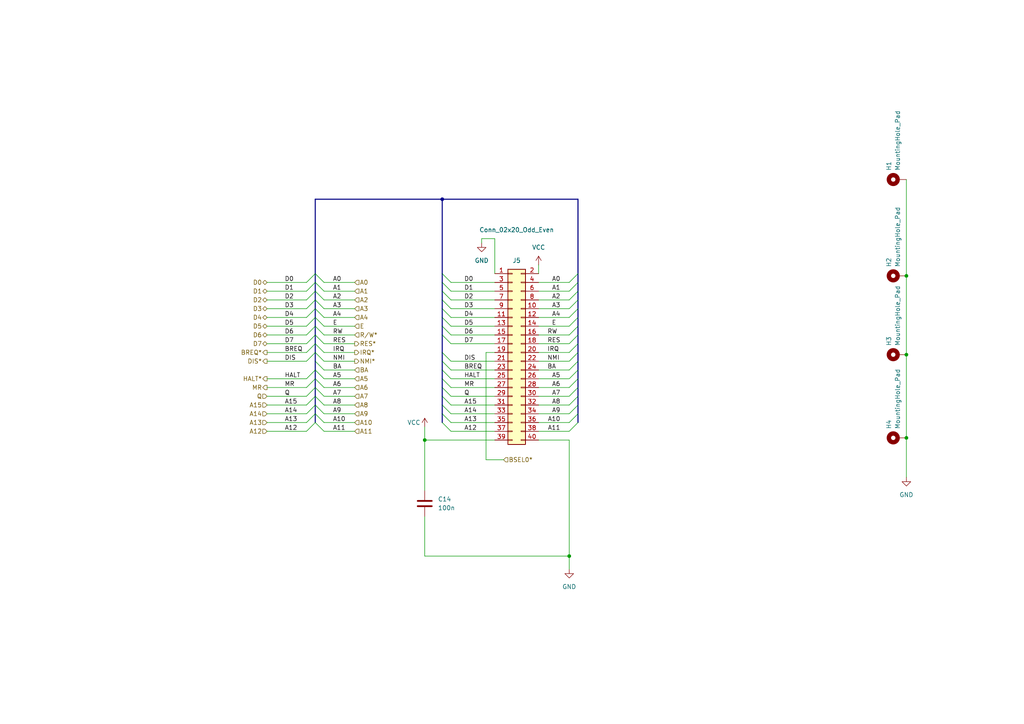
<source format=kicad_sch>
(kicad_sch
	(version 20231120)
	(generator "eeschema")
	(generator_version "8.0")
	(uuid "8686eae7-3c1a-4a76-958f-a44b15eff1a1")
	(paper "A4")
	(title_block
		(title "Mini11/8E Board V1.1")
		(date "2023-10-05")
		(rev "1")
		(company "kw")
	)
	(lib_symbols
		(symbol "Connector_Generic:Conn_02x20_Odd_Even"
			(pin_names
				(offset 1.016) hide)
			(exclude_from_sim no)
			(in_bom yes)
			(on_board yes)
			(property "Reference" "J"
				(at 1.27 25.4 0)
				(effects
					(font
						(size 1.27 1.27)
					)
				)
			)
			(property "Value" "Conn_02x20_Odd_Even"
				(at 1.27 -27.94 0)
				(effects
					(font
						(size 1.27 1.27)
					)
				)
			)
			(property "Footprint" ""
				(at 0 0 0)
				(effects
					(font
						(size 1.27 1.27)
					)
					(hide yes)
				)
			)
			(property "Datasheet" "~"
				(at 0 0 0)
				(effects
					(font
						(size 1.27 1.27)
					)
					(hide yes)
				)
			)
			(property "Description" "Generic connector, double row, 02x20, odd/even pin numbering scheme (row 1 odd numbers, row 2 even numbers), script generated (kicad-library-utils/schlib/autogen/connector/)"
				(at 0 0 0)
				(effects
					(font
						(size 1.27 1.27)
					)
					(hide yes)
				)
			)
			(property "ki_keywords" "connector"
				(at 0 0 0)
				(effects
					(font
						(size 1.27 1.27)
					)
					(hide yes)
				)
			)
			(property "ki_fp_filters" "Connector*:*_2x??_*"
				(at 0 0 0)
				(effects
					(font
						(size 1.27 1.27)
					)
					(hide yes)
				)
			)
			(symbol "Conn_02x20_Odd_Even_1_1"
				(rectangle
					(start -1.27 -25.273)
					(end 0 -25.527)
					(stroke
						(width 0.1524)
						(type default)
					)
					(fill
						(type none)
					)
				)
				(rectangle
					(start -1.27 -22.733)
					(end 0 -22.987)
					(stroke
						(width 0.1524)
						(type default)
					)
					(fill
						(type none)
					)
				)
				(rectangle
					(start -1.27 -20.193)
					(end 0 -20.447)
					(stroke
						(width 0.1524)
						(type default)
					)
					(fill
						(type none)
					)
				)
				(rectangle
					(start -1.27 -17.653)
					(end 0 -17.907)
					(stroke
						(width 0.1524)
						(type default)
					)
					(fill
						(type none)
					)
				)
				(rectangle
					(start -1.27 -15.113)
					(end 0 -15.367)
					(stroke
						(width 0.1524)
						(type default)
					)
					(fill
						(type none)
					)
				)
				(rectangle
					(start -1.27 -12.573)
					(end 0 -12.827)
					(stroke
						(width 0.1524)
						(type default)
					)
					(fill
						(type none)
					)
				)
				(rectangle
					(start -1.27 -10.033)
					(end 0 -10.287)
					(stroke
						(width 0.1524)
						(type default)
					)
					(fill
						(type none)
					)
				)
				(rectangle
					(start -1.27 -7.493)
					(end 0 -7.747)
					(stroke
						(width 0.1524)
						(type default)
					)
					(fill
						(type none)
					)
				)
				(rectangle
					(start -1.27 -4.953)
					(end 0 -5.207)
					(stroke
						(width 0.1524)
						(type default)
					)
					(fill
						(type none)
					)
				)
				(rectangle
					(start -1.27 -2.413)
					(end 0 -2.667)
					(stroke
						(width 0.1524)
						(type default)
					)
					(fill
						(type none)
					)
				)
				(rectangle
					(start -1.27 0.127)
					(end 0 -0.127)
					(stroke
						(width 0.1524)
						(type default)
					)
					(fill
						(type none)
					)
				)
				(rectangle
					(start -1.27 2.667)
					(end 0 2.413)
					(stroke
						(width 0.1524)
						(type default)
					)
					(fill
						(type none)
					)
				)
				(rectangle
					(start -1.27 5.207)
					(end 0 4.953)
					(stroke
						(width 0.1524)
						(type default)
					)
					(fill
						(type none)
					)
				)
				(rectangle
					(start -1.27 7.747)
					(end 0 7.493)
					(stroke
						(width 0.1524)
						(type default)
					)
					(fill
						(type none)
					)
				)
				(rectangle
					(start -1.27 10.287)
					(end 0 10.033)
					(stroke
						(width 0.1524)
						(type default)
					)
					(fill
						(type none)
					)
				)
				(rectangle
					(start -1.27 12.827)
					(end 0 12.573)
					(stroke
						(width 0.1524)
						(type default)
					)
					(fill
						(type none)
					)
				)
				(rectangle
					(start -1.27 15.367)
					(end 0 15.113)
					(stroke
						(width 0.1524)
						(type default)
					)
					(fill
						(type none)
					)
				)
				(rectangle
					(start -1.27 17.907)
					(end 0 17.653)
					(stroke
						(width 0.1524)
						(type default)
					)
					(fill
						(type none)
					)
				)
				(rectangle
					(start -1.27 20.447)
					(end 0 20.193)
					(stroke
						(width 0.1524)
						(type default)
					)
					(fill
						(type none)
					)
				)
				(rectangle
					(start -1.27 22.987)
					(end 0 22.733)
					(stroke
						(width 0.1524)
						(type default)
					)
					(fill
						(type none)
					)
				)
				(rectangle
					(start -1.27 24.13)
					(end 3.81 -26.67)
					(stroke
						(width 0.254)
						(type default)
					)
					(fill
						(type background)
					)
				)
				(rectangle
					(start 3.81 -25.273)
					(end 2.54 -25.527)
					(stroke
						(width 0.1524)
						(type default)
					)
					(fill
						(type none)
					)
				)
				(rectangle
					(start 3.81 -22.733)
					(end 2.54 -22.987)
					(stroke
						(width 0.1524)
						(type default)
					)
					(fill
						(type none)
					)
				)
				(rectangle
					(start 3.81 -20.193)
					(end 2.54 -20.447)
					(stroke
						(width 0.1524)
						(type default)
					)
					(fill
						(type none)
					)
				)
				(rectangle
					(start 3.81 -17.653)
					(end 2.54 -17.907)
					(stroke
						(width 0.1524)
						(type default)
					)
					(fill
						(type none)
					)
				)
				(rectangle
					(start 3.81 -15.113)
					(end 2.54 -15.367)
					(stroke
						(width 0.1524)
						(type default)
					)
					(fill
						(type none)
					)
				)
				(rectangle
					(start 3.81 -12.573)
					(end 2.54 -12.827)
					(stroke
						(width 0.1524)
						(type default)
					)
					(fill
						(type none)
					)
				)
				(rectangle
					(start 3.81 -10.033)
					(end 2.54 -10.287)
					(stroke
						(width 0.1524)
						(type default)
					)
					(fill
						(type none)
					)
				)
				(rectangle
					(start 3.81 -7.493)
					(end 2.54 -7.747)
					(stroke
						(width 0.1524)
						(type default)
					)
					(fill
						(type none)
					)
				)
				(rectangle
					(start 3.81 -4.953)
					(end 2.54 -5.207)
					(stroke
						(width 0.1524)
						(type default)
					)
					(fill
						(type none)
					)
				)
				(rectangle
					(start 3.81 -2.413)
					(end 2.54 -2.667)
					(stroke
						(width 0.1524)
						(type default)
					)
					(fill
						(type none)
					)
				)
				(rectangle
					(start 3.81 0.127)
					(end 2.54 -0.127)
					(stroke
						(width 0.1524)
						(type default)
					)
					(fill
						(type none)
					)
				)
				(rectangle
					(start 3.81 2.667)
					(end 2.54 2.413)
					(stroke
						(width 0.1524)
						(type default)
					)
					(fill
						(type none)
					)
				)
				(rectangle
					(start 3.81 5.207)
					(end 2.54 4.953)
					(stroke
						(width 0.1524)
						(type default)
					)
					(fill
						(type none)
					)
				)
				(rectangle
					(start 3.81 7.747)
					(end 2.54 7.493)
					(stroke
						(width 0.1524)
						(type default)
					)
					(fill
						(type none)
					)
				)
				(rectangle
					(start 3.81 10.287)
					(end 2.54 10.033)
					(stroke
						(width 0.1524)
						(type default)
					)
					(fill
						(type none)
					)
				)
				(rectangle
					(start 3.81 12.827)
					(end 2.54 12.573)
					(stroke
						(width 0.1524)
						(type default)
					)
					(fill
						(type none)
					)
				)
				(rectangle
					(start 3.81 15.367)
					(end 2.54 15.113)
					(stroke
						(width 0.1524)
						(type default)
					)
					(fill
						(type none)
					)
				)
				(rectangle
					(start 3.81 17.907)
					(end 2.54 17.653)
					(stroke
						(width 0.1524)
						(type default)
					)
					(fill
						(type none)
					)
				)
				(rectangle
					(start 3.81 20.447)
					(end 2.54 20.193)
					(stroke
						(width 0.1524)
						(type default)
					)
					(fill
						(type none)
					)
				)
				(rectangle
					(start 3.81 22.987)
					(end 2.54 22.733)
					(stroke
						(width 0.1524)
						(type default)
					)
					(fill
						(type none)
					)
				)
				(pin passive line
					(at -5.08 22.86 0)
					(length 3.81)
					(name "Pin_1"
						(effects
							(font
								(size 1.27 1.27)
							)
						)
					)
					(number "1"
						(effects
							(font
								(size 1.27 1.27)
							)
						)
					)
				)
				(pin passive line
					(at 7.62 12.7 180)
					(length 3.81)
					(name "Pin_10"
						(effects
							(font
								(size 1.27 1.27)
							)
						)
					)
					(number "10"
						(effects
							(font
								(size 1.27 1.27)
							)
						)
					)
				)
				(pin passive line
					(at -5.08 10.16 0)
					(length 3.81)
					(name "Pin_11"
						(effects
							(font
								(size 1.27 1.27)
							)
						)
					)
					(number "11"
						(effects
							(font
								(size 1.27 1.27)
							)
						)
					)
				)
				(pin passive line
					(at 7.62 10.16 180)
					(length 3.81)
					(name "Pin_12"
						(effects
							(font
								(size 1.27 1.27)
							)
						)
					)
					(number "12"
						(effects
							(font
								(size 1.27 1.27)
							)
						)
					)
				)
				(pin passive line
					(at -5.08 7.62 0)
					(length 3.81)
					(name "Pin_13"
						(effects
							(font
								(size 1.27 1.27)
							)
						)
					)
					(number "13"
						(effects
							(font
								(size 1.27 1.27)
							)
						)
					)
				)
				(pin passive line
					(at 7.62 7.62 180)
					(length 3.81)
					(name "Pin_14"
						(effects
							(font
								(size 1.27 1.27)
							)
						)
					)
					(number "14"
						(effects
							(font
								(size 1.27 1.27)
							)
						)
					)
				)
				(pin passive line
					(at -5.08 5.08 0)
					(length 3.81)
					(name "Pin_15"
						(effects
							(font
								(size 1.27 1.27)
							)
						)
					)
					(number "15"
						(effects
							(font
								(size 1.27 1.27)
							)
						)
					)
				)
				(pin passive line
					(at 7.62 5.08 180)
					(length 3.81)
					(name "Pin_16"
						(effects
							(font
								(size 1.27 1.27)
							)
						)
					)
					(number "16"
						(effects
							(font
								(size 1.27 1.27)
							)
						)
					)
				)
				(pin passive line
					(at -5.08 2.54 0)
					(length 3.81)
					(name "Pin_17"
						(effects
							(font
								(size 1.27 1.27)
							)
						)
					)
					(number "17"
						(effects
							(font
								(size 1.27 1.27)
							)
						)
					)
				)
				(pin passive line
					(at 7.62 2.54 180)
					(length 3.81)
					(name "Pin_18"
						(effects
							(font
								(size 1.27 1.27)
							)
						)
					)
					(number "18"
						(effects
							(font
								(size 1.27 1.27)
							)
						)
					)
				)
				(pin passive line
					(at -5.08 0 0)
					(length 3.81)
					(name "Pin_19"
						(effects
							(font
								(size 1.27 1.27)
							)
						)
					)
					(number "19"
						(effects
							(font
								(size 1.27 1.27)
							)
						)
					)
				)
				(pin passive line
					(at 7.62 22.86 180)
					(length 3.81)
					(name "Pin_2"
						(effects
							(font
								(size 1.27 1.27)
							)
						)
					)
					(number "2"
						(effects
							(font
								(size 1.27 1.27)
							)
						)
					)
				)
				(pin passive line
					(at 7.62 0 180)
					(length 3.81)
					(name "Pin_20"
						(effects
							(font
								(size 1.27 1.27)
							)
						)
					)
					(number "20"
						(effects
							(font
								(size 1.27 1.27)
							)
						)
					)
				)
				(pin passive line
					(at -5.08 -2.54 0)
					(length 3.81)
					(name "Pin_21"
						(effects
							(font
								(size 1.27 1.27)
							)
						)
					)
					(number "21"
						(effects
							(font
								(size 1.27 1.27)
							)
						)
					)
				)
				(pin passive line
					(at 7.62 -2.54 180)
					(length 3.81)
					(name "Pin_22"
						(effects
							(font
								(size 1.27 1.27)
							)
						)
					)
					(number "22"
						(effects
							(font
								(size 1.27 1.27)
							)
						)
					)
				)
				(pin passive line
					(at -5.08 -5.08 0)
					(length 3.81)
					(name "Pin_23"
						(effects
							(font
								(size 1.27 1.27)
							)
						)
					)
					(number "23"
						(effects
							(font
								(size 1.27 1.27)
							)
						)
					)
				)
				(pin passive line
					(at 7.62 -5.08 180)
					(length 3.81)
					(name "Pin_24"
						(effects
							(font
								(size 1.27 1.27)
							)
						)
					)
					(number "24"
						(effects
							(font
								(size 1.27 1.27)
							)
						)
					)
				)
				(pin passive line
					(at -5.08 -7.62 0)
					(length 3.81)
					(name "Pin_25"
						(effects
							(font
								(size 1.27 1.27)
							)
						)
					)
					(number "25"
						(effects
							(font
								(size 1.27 1.27)
							)
						)
					)
				)
				(pin passive line
					(at 7.62 -7.62 180)
					(length 3.81)
					(name "Pin_26"
						(effects
							(font
								(size 1.27 1.27)
							)
						)
					)
					(number "26"
						(effects
							(font
								(size 1.27 1.27)
							)
						)
					)
				)
				(pin passive line
					(at -5.08 -10.16 0)
					(length 3.81)
					(name "Pin_27"
						(effects
							(font
								(size 1.27 1.27)
							)
						)
					)
					(number "27"
						(effects
							(font
								(size 1.27 1.27)
							)
						)
					)
				)
				(pin passive line
					(at 7.62 -10.16 180)
					(length 3.81)
					(name "Pin_28"
						(effects
							(font
								(size 1.27 1.27)
							)
						)
					)
					(number "28"
						(effects
							(font
								(size 1.27 1.27)
							)
						)
					)
				)
				(pin passive line
					(at -5.08 -12.7 0)
					(length 3.81)
					(name "Pin_29"
						(effects
							(font
								(size 1.27 1.27)
							)
						)
					)
					(number "29"
						(effects
							(font
								(size 1.27 1.27)
							)
						)
					)
				)
				(pin passive line
					(at -5.08 20.32 0)
					(length 3.81)
					(name "Pin_3"
						(effects
							(font
								(size 1.27 1.27)
							)
						)
					)
					(number "3"
						(effects
							(font
								(size 1.27 1.27)
							)
						)
					)
				)
				(pin passive line
					(at 7.62 -12.7 180)
					(length 3.81)
					(name "Pin_30"
						(effects
							(font
								(size 1.27 1.27)
							)
						)
					)
					(number "30"
						(effects
							(font
								(size 1.27 1.27)
							)
						)
					)
				)
				(pin passive line
					(at -5.08 -15.24 0)
					(length 3.81)
					(name "Pin_31"
						(effects
							(font
								(size 1.27 1.27)
							)
						)
					)
					(number "31"
						(effects
							(font
								(size 1.27 1.27)
							)
						)
					)
				)
				(pin passive line
					(at 7.62 -15.24 180)
					(length 3.81)
					(name "Pin_32"
						(effects
							(font
								(size 1.27 1.27)
							)
						)
					)
					(number "32"
						(effects
							(font
								(size 1.27 1.27)
							)
						)
					)
				)
				(pin passive line
					(at -5.08 -17.78 0)
					(length 3.81)
					(name "Pin_33"
						(effects
							(font
								(size 1.27 1.27)
							)
						)
					)
					(number "33"
						(effects
							(font
								(size 1.27 1.27)
							)
						)
					)
				)
				(pin passive line
					(at 7.62 -17.78 180)
					(length 3.81)
					(name "Pin_34"
						(effects
							(font
								(size 1.27 1.27)
							)
						)
					)
					(number "34"
						(effects
							(font
								(size 1.27 1.27)
							)
						)
					)
				)
				(pin passive line
					(at -5.08 -20.32 0)
					(length 3.81)
					(name "Pin_35"
						(effects
							(font
								(size 1.27 1.27)
							)
						)
					)
					(number "35"
						(effects
							(font
								(size 1.27 1.27)
							)
						)
					)
				)
				(pin passive line
					(at 7.62 -20.32 180)
					(length 3.81)
					(name "Pin_36"
						(effects
							(font
								(size 1.27 1.27)
							)
						)
					)
					(number "36"
						(effects
							(font
								(size 1.27 1.27)
							)
						)
					)
				)
				(pin passive line
					(at -5.08 -22.86 0)
					(length 3.81)
					(name "Pin_37"
						(effects
							(font
								(size 1.27 1.27)
							)
						)
					)
					(number "37"
						(effects
							(font
								(size 1.27 1.27)
							)
						)
					)
				)
				(pin passive line
					(at 7.62 -22.86 180)
					(length 3.81)
					(name "Pin_38"
						(effects
							(font
								(size 1.27 1.27)
							)
						)
					)
					(number "38"
						(effects
							(font
								(size 1.27 1.27)
							)
						)
					)
				)
				(pin passive line
					(at -5.08 -25.4 0)
					(length 3.81)
					(name "Pin_39"
						(effects
							(font
								(size 1.27 1.27)
							)
						)
					)
					(number "39"
						(effects
							(font
								(size 1.27 1.27)
							)
						)
					)
				)
				(pin passive line
					(at 7.62 20.32 180)
					(length 3.81)
					(name "Pin_4"
						(effects
							(font
								(size 1.27 1.27)
							)
						)
					)
					(number "4"
						(effects
							(font
								(size 1.27 1.27)
							)
						)
					)
				)
				(pin passive line
					(at 7.62 -25.4 180)
					(length 3.81)
					(name "Pin_40"
						(effects
							(font
								(size 1.27 1.27)
							)
						)
					)
					(number "40"
						(effects
							(font
								(size 1.27 1.27)
							)
						)
					)
				)
				(pin passive line
					(at -5.08 17.78 0)
					(length 3.81)
					(name "Pin_5"
						(effects
							(font
								(size 1.27 1.27)
							)
						)
					)
					(number "5"
						(effects
							(font
								(size 1.27 1.27)
							)
						)
					)
				)
				(pin passive line
					(at 7.62 17.78 180)
					(length 3.81)
					(name "Pin_6"
						(effects
							(font
								(size 1.27 1.27)
							)
						)
					)
					(number "6"
						(effects
							(font
								(size 1.27 1.27)
							)
						)
					)
				)
				(pin passive line
					(at -5.08 15.24 0)
					(length 3.81)
					(name "Pin_7"
						(effects
							(font
								(size 1.27 1.27)
							)
						)
					)
					(number "7"
						(effects
							(font
								(size 1.27 1.27)
							)
						)
					)
				)
				(pin passive line
					(at 7.62 15.24 180)
					(length 3.81)
					(name "Pin_8"
						(effects
							(font
								(size 1.27 1.27)
							)
						)
					)
					(number "8"
						(effects
							(font
								(size 1.27 1.27)
							)
						)
					)
				)
				(pin passive line
					(at -5.08 12.7 0)
					(length 3.81)
					(name "Pin_9"
						(effects
							(font
								(size 1.27 1.27)
							)
						)
					)
					(number "9"
						(effects
							(font
								(size 1.27 1.27)
							)
						)
					)
				)
			)
		)
		(symbol "Device:C"
			(pin_numbers hide)
			(pin_names
				(offset 0.254)
			)
			(exclude_from_sim no)
			(in_bom yes)
			(on_board yes)
			(property "Reference" "C"
				(at 0.635 2.54 0)
				(effects
					(font
						(size 1.27 1.27)
					)
					(justify left)
				)
			)
			(property "Value" "C"
				(at 0.635 -2.54 0)
				(effects
					(font
						(size 1.27 1.27)
					)
					(justify left)
				)
			)
			(property "Footprint" ""
				(at 0.9652 -3.81 0)
				(effects
					(font
						(size 1.27 1.27)
					)
					(hide yes)
				)
			)
			(property "Datasheet" "~"
				(at 0 0 0)
				(effects
					(font
						(size 1.27 1.27)
					)
					(hide yes)
				)
			)
			(property "Description" "Unpolarized capacitor"
				(at 0 0 0)
				(effects
					(font
						(size 1.27 1.27)
					)
					(hide yes)
				)
			)
			(property "ki_keywords" "cap capacitor"
				(at 0 0 0)
				(effects
					(font
						(size 1.27 1.27)
					)
					(hide yes)
				)
			)
			(property "ki_fp_filters" "C_*"
				(at 0 0 0)
				(effects
					(font
						(size 1.27 1.27)
					)
					(hide yes)
				)
			)
			(symbol "C_0_1"
				(polyline
					(pts
						(xy -2.032 -0.762) (xy 2.032 -0.762)
					)
					(stroke
						(width 0.508)
						(type default)
					)
					(fill
						(type none)
					)
				)
				(polyline
					(pts
						(xy -2.032 0.762) (xy 2.032 0.762)
					)
					(stroke
						(width 0.508)
						(type default)
					)
					(fill
						(type none)
					)
				)
			)
			(symbol "C_1_1"
				(pin passive line
					(at 0 3.81 270)
					(length 2.794)
					(name "~"
						(effects
							(font
								(size 1.27 1.27)
							)
						)
					)
					(number "1"
						(effects
							(font
								(size 1.27 1.27)
							)
						)
					)
				)
				(pin passive line
					(at 0 -3.81 90)
					(length 2.794)
					(name "~"
						(effects
							(font
								(size 1.27 1.27)
							)
						)
					)
					(number "2"
						(effects
							(font
								(size 1.27 1.27)
							)
						)
					)
				)
			)
		)
		(symbol "Mechanical:MountingHole_Pad"
			(pin_numbers hide)
			(pin_names
				(offset 1.016) hide)
			(exclude_from_sim no)
			(in_bom yes)
			(on_board yes)
			(property "Reference" "H"
				(at 0 6.35 0)
				(effects
					(font
						(size 1.27 1.27)
					)
				)
			)
			(property "Value" "MountingHole_Pad"
				(at 0 4.445 0)
				(effects
					(font
						(size 1.27 1.27)
					)
				)
			)
			(property "Footprint" ""
				(at 0 0 0)
				(effects
					(font
						(size 1.27 1.27)
					)
					(hide yes)
				)
			)
			(property "Datasheet" "~"
				(at 0 0 0)
				(effects
					(font
						(size 1.27 1.27)
					)
					(hide yes)
				)
			)
			(property "Description" "Mounting Hole with connection"
				(at 0 0 0)
				(effects
					(font
						(size 1.27 1.27)
					)
					(hide yes)
				)
			)
			(property "ki_keywords" "mounting hole"
				(at 0 0 0)
				(effects
					(font
						(size 1.27 1.27)
					)
					(hide yes)
				)
			)
			(property "ki_fp_filters" "MountingHole*Pad*"
				(at 0 0 0)
				(effects
					(font
						(size 1.27 1.27)
					)
					(hide yes)
				)
			)
			(symbol "MountingHole_Pad_0_1"
				(circle
					(center 0 1.27)
					(radius 1.27)
					(stroke
						(width 1.27)
						(type default)
					)
					(fill
						(type none)
					)
				)
			)
			(symbol "MountingHole_Pad_1_1"
				(pin input line
					(at 0 -2.54 90)
					(length 2.54)
					(name "1"
						(effects
							(font
								(size 1.27 1.27)
							)
						)
					)
					(number "1"
						(effects
							(font
								(size 1.27 1.27)
							)
						)
					)
				)
			)
		)
		(symbol "power:GND"
			(power)
			(pin_names
				(offset 0)
			)
			(exclude_from_sim no)
			(in_bom yes)
			(on_board yes)
			(property "Reference" "#PWR"
				(at 0 -6.35 0)
				(effects
					(font
						(size 1.27 1.27)
					)
					(hide yes)
				)
			)
			(property "Value" "GND"
				(at 0 -3.81 0)
				(effects
					(font
						(size 1.27 1.27)
					)
				)
			)
			(property "Footprint" ""
				(at 0 0 0)
				(effects
					(font
						(size 1.27 1.27)
					)
					(hide yes)
				)
			)
			(property "Datasheet" ""
				(at 0 0 0)
				(effects
					(font
						(size 1.27 1.27)
					)
					(hide yes)
				)
			)
			(property "Description" "Power symbol creates a global label with name \"GND\" , ground"
				(at 0 0 0)
				(effects
					(font
						(size 1.27 1.27)
					)
					(hide yes)
				)
			)
			(property "ki_keywords" "power-flag"
				(at 0 0 0)
				(effects
					(font
						(size 1.27 1.27)
					)
					(hide yes)
				)
			)
			(symbol "GND_0_1"
				(polyline
					(pts
						(xy 0 0) (xy 0 -1.27) (xy 1.27 -1.27) (xy 0 -2.54) (xy -1.27 -1.27) (xy 0 -1.27)
					)
					(stroke
						(width 0)
						(type default)
					)
					(fill
						(type none)
					)
				)
			)
			(symbol "GND_1_1"
				(pin power_in line
					(at 0 0 270)
					(length 0) hide
					(name "GND"
						(effects
							(font
								(size 1.27 1.27)
							)
						)
					)
					(number "1"
						(effects
							(font
								(size 1.27 1.27)
							)
						)
					)
				)
			)
		)
		(symbol "power:VCC"
			(power)
			(pin_names
				(offset 0)
			)
			(exclude_from_sim no)
			(in_bom yes)
			(on_board yes)
			(property "Reference" "#PWR"
				(at 0 -3.81 0)
				(effects
					(font
						(size 1.27 1.27)
					)
					(hide yes)
				)
			)
			(property "Value" "VCC"
				(at 0 3.81 0)
				(effects
					(font
						(size 1.27 1.27)
					)
				)
			)
			(property "Footprint" ""
				(at 0 0 0)
				(effects
					(font
						(size 1.27 1.27)
					)
					(hide yes)
				)
			)
			(property "Datasheet" ""
				(at 0 0 0)
				(effects
					(font
						(size 1.27 1.27)
					)
					(hide yes)
				)
			)
			(property "Description" "Power symbol creates a global label with name \"VCC\""
				(at 0 0 0)
				(effects
					(font
						(size 1.27 1.27)
					)
					(hide yes)
				)
			)
			(property "ki_keywords" "power-flag"
				(at 0 0 0)
				(effects
					(font
						(size 1.27 1.27)
					)
					(hide yes)
				)
			)
			(symbol "VCC_0_1"
				(polyline
					(pts
						(xy -0.762 1.27) (xy 0 2.54)
					)
					(stroke
						(width 0)
						(type default)
					)
					(fill
						(type none)
					)
				)
				(polyline
					(pts
						(xy 0 0) (xy 0 2.54)
					)
					(stroke
						(width 0)
						(type default)
					)
					(fill
						(type none)
					)
				)
				(polyline
					(pts
						(xy 0 2.54) (xy 0.762 1.27)
					)
					(stroke
						(width 0)
						(type default)
					)
					(fill
						(type none)
					)
				)
			)
			(symbol "VCC_1_1"
				(pin power_in line
					(at 0 0 90)
					(length 0) hide
					(name "VCC"
						(effects
							(font
								(size 1.27 1.27)
							)
						)
					)
					(number "1"
						(effects
							(font
								(size 1.27 1.27)
							)
						)
					)
				)
			)
		)
	)
	(junction
		(at 262.89 80.01)
		(diameter 0)
		(color 0 0 0 0)
		(uuid "217e94c6-ed64-4988-a516-229d061e9ba7")
	)
	(junction
		(at 128.27 57.785)
		(diameter 0)
		(color 0 0 0 0)
		(uuid "837c15a0-1056-4458-8152-05dffd5bef8c")
	)
	(junction
		(at 123.19 127.635)
		(diameter 0)
		(color 0 0 0 0)
		(uuid "d697b4cf-5c0e-4e44-bba4-6fb80eb9d97c")
	)
	(junction
		(at 165.1 161.29)
		(diameter 0)
		(color 0 0 0 0)
		(uuid "d9787aad-0eb6-4c44-9e20-5ebe272e2e56")
	)
	(junction
		(at 262.89 102.87)
		(diameter 0)
		(color 0 0 0 0)
		(uuid "dcca1e4f-138c-4b31-ba99-897865e9e1f5")
	)
	(junction
		(at 262.89 127)
		(diameter 0)
		(color 0 0 0 0)
		(uuid "e77c2bd7-4cfc-43af-9981-024f6cfaa162")
	)
	(bus_entry
		(at 91.44 104.775)
		(size 2.54 2.54)
		(stroke
			(width 0)
			(type default)
		)
		(uuid "00271ee8-bb70-4dd0-9613-2f4c001812df")
	)
	(bus_entry
		(at 167.64 94.615)
		(size -2.54 2.54)
		(stroke
			(width 0)
			(type default)
		)
		(uuid "012829c2-8eb7-438f-a73f-545e19a12f6d")
	)
	(bus_entry
		(at 91.44 79.375)
		(size -2.54 2.54)
		(stroke
			(width 0)
			(type default)
		)
		(uuid "02e95fe9-8134-4467-bcc3-5afa1592f662")
	)
	(bus_entry
		(at 91.44 97.155)
		(size 2.54 2.54)
		(stroke
			(width 0)
			(type default)
		)
		(uuid "0a53d3d7-1cdf-450c-b5b5-6ceed568c933")
	)
	(bus_entry
		(at 91.44 92.075)
		(size 2.54 2.54)
		(stroke
			(width 0)
			(type default)
		)
		(uuid "0d44ac20-0dec-40ab-ae95-75298288689f")
	)
	(bus_entry
		(at 91.44 120.015)
		(size -2.54 2.54)
		(stroke
			(width 0)
			(type default)
		)
		(uuid "0f0c498d-1130-45cf-978f-23e74b41a879")
	)
	(bus_entry
		(at 91.44 102.235)
		(size 2.54 2.54)
		(stroke
			(width 0)
			(type default)
		)
		(uuid "117a72e3-e69f-49e3-adba-f2c048e7863d")
	)
	(bus_entry
		(at 128.27 102.235)
		(size 2.54 2.54)
		(stroke
			(width 0)
			(type default)
		)
		(uuid "12e3aeab-3bab-4a5d-ab25-b817a12a1c3f")
	)
	(bus_entry
		(at 91.44 92.075)
		(size -2.54 2.54)
		(stroke
			(width 0)
			(type default)
		)
		(uuid "25f6d698-7138-4434-9726-a4c6cd99e9f0")
	)
	(bus_entry
		(at 128.27 112.395)
		(size 2.54 2.54)
		(stroke
			(width 0)
			(type default)
		)
		(uuid "268636f5-4c08-4678-b0af-ff587e45ea6c")
	)
	(bus_entry
		(at 91.44 79.375)
		(size 2.54 2.54)
		(stroke
			(width 0)
			(type default)
		)
		(uuid "26dc2eba-41d5-4ac5-aa71-cabbb405bf45")
	)
	(bus_entry
		(at 91.44 97.155)
		(size -2.54 2.54)
		(stroke
			(width 0)
			(type default)
		)
		(uuid "2a329735-72a7-4182-937e-046ed420092f")
	)
	(bus_entry
		(at 91.44 114.935)
		(size 2.54 2.54)
		(stroke
			(width 0)
			(type default)
		)
		(uuid "2b42a8df-465f-4b4a-9c27-dd66183d47a5")
	)
	(bus_entry
		(at 91.44 81.915)
		(size 2.54 2.54)
		(stroke
			(width 0)
			(type default)
		)
		(uuid "31a30f14-4fdf-4f4a-8b20-d2495f338b33")
	)
	(bus_entry
		(at 167.64 107.315)
		(size -2.54 2.54)
		(stroke
			(width 0)
			(type default)
		)
		(uuid "333fc011-7d38-4457-a6ba-7747a5f7b9b4")
	)
	(bus_entry
		(at 128.27 97.155)
		(size 2.54 2.54)
		(stroke
			(width 0)
			(type default)
		)
		(uuid "352147f7-07b8-4e2f-a343-91e57d172aa2")
	)
	(bus_entry
		(at 91.44 122.555)
		(size -2.54 2.54)
		(stroke
			(width 0)
			(type default)
		)
		(uuid "3b90691b-c4e8-4dad-b690-21914dd057e9")
	)
	(bus_entry
		(at 167.64 97.155)
		(size -2.54 2.54)
		(stroke
			(width 0)
			(type default)
		)
		(uuid "3ecdf6a9-6ea0-47a1-81bf-330b24e960ae")
	)
	(bus_entry
		(at 167.64 84.455)
		(size -2.54 2.54)
		(stroke
			(width 0)
			(type default)
		)
		(uuid "3ffe589c-b582-4d6c-b07e-288b3d5de447")
	)
	(bus_entry
		(at 128.27 84.455)
		(size 2.54 2.54)
		(stroke
			(width 0)
			(type default)
		)
		(uuid "40868b4a-f672-4287-8d2d-318df1dd41d4")
	)
	(bus_entry
		(at 167.64 122.555)
		(size -2.54 2.54)
		(stroke
			(width 0)
			(type default)
		)
		(uuid "41d73fef-e886-4c2e-b413-4c0b36c82fa4")
	)
	(bus_entry
		(at 128.27 122.555)
		(size 2.54 2.54)
		(stroke
			(width 0)
			(type default)
		)
		(uuid "45c0bce7-a722-4efa-a6ec-42b0b581a266")
	)
	(bus_entry
		(at 128.27 94.615)
		(size 2.54 2.54)
		(stroke
			(width 0)
			(type default)
		)
		(uuid "4d7879e3-92a5-4edb-bef6-cf360a0041d3")
	)
	(bus_entry
		(at 91.44 86.995)
		(size 2.54 2.54)
		(stroke
			(width 0)
			(type default)
		)
		(uuid "4dedeced-0a21-4533-96e6-f62e6e80a053")
	)
	(bus_entry
		(at 167.64 117.475)
		(size -2.54 2.54)
		(stroke
			(width 0)
			(type default)
		)
		(uuid "50bc55f8-37ad-46a2-a96e-537d32e2c054")
	)
	(bus_entry
		(at 128.27 109.855)
		(size 2.54 2.54)
		(stroke
			(width 0)
			(type default)
		)
		(uuid "540eea71-24e7-417c-ad6e-5732f8453352")
	)
	(bus_entry
		(at 167.64 109.855)
		(size -2.54 2.54)
		(stroke
			(width 0)
			(type default)
		)
		(uuid "54cccccf-6c6a-4c45-a419-467909957a5d")
	)
	(bus_entry
		(at 91.44 120.015)
		(size 2.54 2.54)
		(stroke
			(width 0)
			(type default)
		)
		(uuid "60e3216b-8ff8-49ea-9e6d-8dcd2ee73f80")
	)
	(bus_entry
		(at 128.27 117.475)
		(size 2.54 2.54)
		(stroke
			(width 0)
			(type default)
		)
		(uuid "622d7e97-8063-4410-bb25-f0d9b642cf70")
	)
	(bus_entry
		(at 128.27 120.015)
		(size 2.54 2.54)
		(stroke
			(width 0)
			(type default)
		)
		(uuid "636796b7-d1ac-40fb-a6b9-e221a8bbc6e9")
	)
	(bus_entry
		(at 91.44 107.315)
		(size -2.54 2.54)
		(stroke
			(width 0)
			(type default)
		)
		(uuid "63aaf4eb-e8c3-436d-a689-c7df8b62b30e")
	)
	(bus_entry
		(at 167.64 112.395)
		(size -2.54 2.54)
		(stroke
			(width 0)
			(type default)
		)
		(uuid "64604343-71e5-41f4-af46-ee9cd672fab3")
	)
	(bus_entry
		(at 91.44 99.695)
		(size -2.54 2.54)
		(stroke
			(width 0)
			(type default)
		)
		(uuid "67f74666-f17b-41bf-9561-a01ec2ea94b3")
	)
	(bus_entry
		(at 91.44 94.615)
		(size -2.54 2.54)
		(stroke
			(width 0)
			(type default)
		)
		(uuid "6b724bf4-a116-4880-bd55-885311e464f1")
	)
	(bus_entry
		(at 91.44 84.455)
		(size -2.54 2.54)
		(stroke
			(width 0)
			(type default)
		)
		(uuid "6bcf5277-8f78-4d76-a107-1313d363cd32")
	)
	(bus_entry
		(at 91.44 81.915)
		(size -2.54 2.54)
		(stroke
			(width 0)
			(type default)
		)
		(uuid "7ce9bc5c-62bb-4113-8462-249d7a6c7fd6")
	)
	(bus_entry
		(at 128.27 81.915)
		(size 2.54 2.54)
		(stroke
			(width 0)
			(type default)
		)
		(uuid "7fb027ed-03d0-463f-a81b-1891a3375886")
	)
	(bus_entry
		(at 128.27 107.315)
		(size 2.54 2.54)
		(stroke
			(width 0)
			(type default)
		)
		(uuid "80b076bb-9fa0-42b8-90ba-eb4140d09aca")
	)
	(bus_entry
		(at 128.27 89.535)
		(size 2.54 2.54)
		(stroke
			(width 0)
			(type default)
		)
		(uuid "86d8b04e-0e8d-463e-b004-d061e4f5c2a6")
	)
	(bus_entry
		(at 128.27 92.075)
		(size 2.54 2.54)
		(stroke
			(width 0)
			(type default)
		)
		(uuid "88cd1bcd-ec91-400b-ba78-9726319fb811")
	)
	(bus_entry
		(at 167.64 79.375)
		(size -2.54 2.54)
		(stroke
			(width 0)
			(type default)
		)
		(uuid "8ac01ab8-f45b-44cb-9bb4-bda6918cd771")
	)
	(bus_entry
		(at 91.44 112.395)
		(size 2.54 2.54)
		(stroke
			(width 0)
			(type default)
		)
		(uuid "8b01f2c1-167b-4e55-b10e-3cb2e8c19894")
	)
	(bus_entry
		(at 167.64 99.695)
		(size -2.54 2.54)
		(stroke
			(width 0)
			(type default)
		)
		(uuid "8b4d1661-45c2-4eb4-9981-e26d56caa015")
	)
	(bus_entry
		(at 167.64 114.935)
		(size -2.54 2.54)
		(stroke
			(width 0)
			(type default)
		)
		(uuid "8c86e75a-79fc-4748-bf02-704414c0c24d")
	)
	(bus_entry
		(at 167.64 102.235)
		(size -2.54 2.54)
		(stroke
			(width 0)
			(type default)
		)
		(uuid "8f564b77-0f33-4c29-9e9f-07360729c33a")
	)
	(bus_entry
		(at 91.44 114.935)
		(size -2.54 2.54)
		(stroke
			(width 0)
			(type default)
		)
		(uuid "90a65af2-f6bc-45f0-a668-b613973b724a")
	)
	(bus_entry
		(at 91.44 86.995)
		(size -2.54 2.54)
		(stroke
			(width 0)
			(type default)
		)
		(uuid "9117ad1f-5068-4e9c-81bb-45e1310fd6bd")
	)
	(bus_entry
		(at 91.44 102.235)
		(size -2.54 2.54)
		(stroke
			(width 0)
			(type default)
		)
		(uuid "9d1fdaf2-e6e3-4f29-996f-dbe705a58968")
	)
	(bus_entry
		(at 128.27 104.775)
		(size 2.54 2.54)
		(stroke
			(width 0)
			(type default)
		)
		(uuid "9e12f479-e55c-4934-805b-3e59f777920d")
	)
	(bus_entry
		(at 91.44 109.855)
		(size -2.54 2.54)
		(stroke
			(width 0)
			(type default)
		)
		(uuid "9ff782ff-507c-4bbd-b1b8-ba5eb13a0f67")
	)
	(bus_entry
		(at 167.64 86.995)
		(size -2.54 2.54)
		(stroke
			(width 0)
			(type default)
		)
		(uuid "a16be40a-83b1-4754-90af-2e14289329fc")
	)
	(bus_entry
		(at 91.44 94.615)
		(size 2.54 2.54)
		(stroke
			(width 0)
			(type default)
		)
		(uuid "a2633c88-796c-4166-9adb-b1a61be27eee")
	)
	(bus_entry
		(at 91.44 122.555)
		(size 2.54 2.54)
		(stroke
			(width 0)
			(type default)
		)
		(uuid "a3f70a66-04e6-4661-8b8b-611ec08ad996")
	)
	(bus_entry
		(at 91.44 117.475)
		(size -2.54 2.54)
		(stroke
			(width 0)
			(type default)
		)
		(uuid "a4333148-b361-4950-81b6-f6dc81ee15d3")
	)
	(bus_entry
		(at 128.27 79.375)
		(size 2.54 2.54)
		(stroke
			(width 0)
			(type default)
		)
		(uuid "a487e78c-d9c1-4ee9-9e6e-fcc92ae63e16")
	)
	(bus_entry
		(at 91.44 84.455)
		(size 2.54 2.54)
		(stroke
			(width 0)
			(type default)
		)
		(uuid "a5c9a67c-bd09-4791-8d74-355304f4d5c2")
	)
	(bus_entry
		(at 91.44 117.475)
		(size 2.54 2.54)
		(stroke
			(width 0)
			(type default)
		)
		(uuid "ac11da9f-ab0c-492a-bfa8-7c071cdf9cde")
	)
	(bus_entry
		(at 167.64 81.915)
		(size -2.54 2.54)
		(stroke
			(width 0)
			(type default)
		)
		(uuid "ba61258d-d27b-4ba2-8187-6e3b08fca0bb")
	)
	(bus_entry
		(at 167.64 104.775)
		(size -2.54 2.54)
		(stroke
			(width 0)
			(type default)
		)
		(uuid "bd945488-a4dd-4ea9-adfd-b735ca64ef0d")
	)
	(bus_entry
		(at 91.44 99.695)
		(size 2.54 2.54)
		(stroke
			(width 0)
			(type default)
		)
		(uuid "c516d05f-5c65-4e16-a13b-8983b9fcaa3f")
	)
	(bus_entry
		(at 128.27 114.935)
		(size 2.54 2.54)
		(stroke
			(width 0)
			(type default)
		)
		(uuid "c95fb924-01b0-474f-8565-68df4b44b20e")
	)
	(bus_entry
		(at 91.44 109.855)
		(size 2.54 2.54)
		(stroke
			(width 0)
			(type default)
		)
		(uuid "ce61ccea-eeef-4890-9a1b-fff445b3dcdb")
	)
	(bus_entry
		(at 91.44 89.535)
		(size -2.54 2.54)
		(stroke
			(width 0)
			(type default)
		)
		(uuid "d243d148-5e6f-4c93-bb1e-b4cae4945bf3")
	)
	(bus_entry
		(at 91.44 89.535)
		(size 2.54 2.54)
		(stroke
			(width 0)
			(type default)
		)
		(uuid "d2cec576-428a-443b-9c87-a85886fdcaa7")
	)
	(bus_entry
		(at 167.64 92.075)
		(size -2.54 2.54)
		(stroke
			(width 0)
			(type default)
		)
		(uuid "d4d18339-ded7-4e47-b672-ae7ff951065a")
	)
	(bus_entry
		(at 167.64 120.015)
		(size -2.54 2.54)
		(stroke
			(width 0)
			(type default)
		)
		(uuid "d6f8dd2c-4cae-4821-93e0-c0b10c80004c")
	)
	(bus_entry
		(at 91.44 107.315)
		(size 2.54 2.54)
		(stroke
			(width 0)
			(type default)
		)
		(uuid "dffb20d7-4363-461f-bced-f6fa45720a4b")
	)
	(bus_entry
		(at 167.64 89.535)
		(size -2.54 2.54)
		(stroke
			(width 0)
			(type default)
		)
		(uuid "e36b1663-cff3-4bae-b40f-7046cc3a2ab3")
	)
	(bus_entry
		(at 128.27 86.995)
		(size 2.54 2.54)
		(stroke
			(width 0)
			(type default)
		)
		(uuid "ec0d92e4-f083-4484-b785-ee3e327e2f4f")
	)
	(bus_entry
		(at 91.44 112.395)
		(size -2.54 2.54)
		(stroke
			(width 0)
			(type default)
		)
		(uuid "f13c8c02-5706-4bda-b023-cd25558f7b14")
	)
	(wire
		(pts
			(xy 77.47 120.015) (xy 88.9 120.015)
		)
		(stroke
			(width 0)
			(type default)
		)
		(uuid "023515b3-d7cc-40dc-bf10-cb4c2dc3ecb6")
	)
	(bus
		(pts
			(xy 167.64 57.785) (xy 167.64 79.375)
		)
		(stroke
			(width 0)
			(type default)
		)
		(uuid "02629e13-eb1d-4e7b-90b0-e52afa210165")
	)
	(bus
		(pts
			(xy 91.44 81.915) (xy 91.44 79.375)
		)
		(stroke
			(width 0)
			(type default)
		)
		(uuid "03001aad-fa18-4d26-887e-bfc7207e9c94")
	)
	(wire
		(pts
			(xy 130.81 81.915) (xy 143.51 81.915)
		)
		(stroke
			(width 0)
			(type default)
		)
		(uuid "08699941-69c1-4981-a7a7-ed3300fa5575")
	)
	(bus
		(pts
			(xy 128.27 97.155) (xy 128.27 102.235)
		)
		(stroke
			(width 0)
			(type default)
		)
		(uuid "0920c54f-c164-4c8f-9da6-d5a9b651b77e")
	)
	(bus
		(pts
			(xy 91.44 79.375) (xy 91.44 57.785)
		)
		(stroke
			(width 0)
			(type default)
		)
		(uuid "095bcefa-f943-46dd-b0c4-5ccef68014a8")
	)
	(bus
		(pts
			(xy 91.44 122.555) (xy 91.44 120.015)
		)
		(stroke
			(width 0)
			(type default)
		)
		(uuid "095cc50c-5d54-43cb-8fe7-e0801a884641")
	)
	(bus
		(pts
			(xy 167.64 89.535) (xy 167.64 86.995)
		)
		(stroke
			(width 0)
			(type default)
		)
		(uuid "0c9036ea-ecfa-489e-a1c2-e3c6b4b82e17")
	)
	(bus
		(pts
			(xy 128.27 117.475) (xy 128.27 114.935)
		)
		(stroke
			(width 0)
			(type default)
		)
		(uuid "0d1c23e0-a9cd-4ea6-9042-f2014e60621c")
	)
	(wire
		(pts
			(xy 130.81 86.995) (xy 143.51 86.995)
		)
		(stroke
			(width 0)
			(type default)
		)
		(uuid "0e3e5981-f4f7-4acb-8e4c-a46e09d44178")
	)
	(wire
		(pts
			(xy 130.81 117.475) (xy 143.51 117.475)
		)
		(stroke
			(width 0)
			(type default)
		)
		(uuid "0f16f6aa-cf22-490e-b289-3bddd0e146bb")
	)
	(wire
		(pts
			(xy 165.1 165.1) (xy 165.1 161.29)
		)
		(stroke
			(width 0)
			(type default)
		)
		(uuid "0f669c57-1590-44d5-9de3-92614722c266")
	)
	(wire
		(pts
			(xy 140.97 102.235) (xy 140.97 133.35)
		)
		(stroke
			(width 0)
			(type default)
		)
		(uuid "1241c5e4-3098-4197-ac23-bfb18521abdd")
	)
	(wire
		(pts
			(xy 123.19 161.29) (xy 165.1 161.29)
		)
		(stroke
			(width 0)
			(type default)
		)
		(uuid "15fe1add-420a-494c-9c69-8067bef0f772")
	)
	(wire
		(pts
			(xy 77.47 125.095) (xy 88.9 125.095)
		)
		(stroke
			(width 0)
			(type default)
		)
		(uuid "1b27842f-2aeb-47b2-b73a-80cd4e465e2e")
	)
	(wire
		(pts
			(xy 156.21 86.995) (xy 165.1 86.995)
		)
		(stroke
			(width 0)
			(type default)
		)
		(uuid "1f05bdab-e2a2-485e-adc3-47a16c24d47d")
	)
	(bus
		(pts
			(xy 91.44 99.695) (xy 91.44 97.155)
		)
		(stroke
			(width 0)
			(type default)
		)
		(uuid "2165bcdd-65f8-4a7f-9833-426e07b2a9b9")
	)
	(bus
		(pts
			(xy 167.64 112.395) (xy 167.64 109.855)
		)
		(stroke
			(width 0)
			(type default)
		)
		(uuid "22670ebe-e3c6-4504-9037-fc4927073873")
	)
	(bus
		(pts
			(xy 128.27 89.535) (xy 128.27 86.995)
		)
		(stroke
			(width 0)
			(type default)
		)
		(uuid "23fec1c8-429e-4c40-8c53-c984395c1493")
	)
	(bus
		(pts
			(xy 128.27 112.395) (xy 128.27 114.935)
		)
		(stroke
			(width 0)
			(type default)
		)
		(uuid "2551d5e3-1b72-4ecf-abc7-6e956fdfaac5")
	)
	(bus
		(pts
			(xy 167.64 81.915) (xy 167.64 79.375)
		)
		(stroke
			(width 0)
			(type default)
		)
		(uuid "265c8146-29d8-4e98-97e4-61851ff383ce")
	)
	(bus
		(pts
			(xy 91.44 114.935) (xy 91.44 112.395)
		)
		(stroke
			(width 0)
			(type default)
		)
		(uuid "27f4f568-2226-4f36-8a0c-03f471990da7")
	)
	(wire
		(pts
			(xy 130.81 112.395) (xy 143.51 112.395)
		)
		(stroke
			(width 0)
			(type default)
		)
		(uuid "28d0400c-3b21-4889-bd7e-8b70964cda02")
	)
	(bus
		(pts
			(xy 91.44 86.995) (xy 91.44 84.455)
		)
		(stroke
			(width 0)
			(type default)
		)
		(uuid "2d61ebaf-aa1f-4ae8-b389-abc70caff096")
	)
	(wire
		(pts
			(xy 93.98 84.455) (xy 102.87 84.455)
		)
		(stroke
			(width 0)
			(type default)
		)
		(uuid "31948bbf-ed49-4077-a860-29086785f5a8")
	)
	(wire
		(pts
			(xy 156.21 109.855) (xy 165.1 109.855)
		)
		(stroke
			(width 0)
			(type default)
		)
		(uuid "31d2a95b-2f23-474e-af32-97a5ff5c2713")
	)
	(wire
		(pts
			(xy 130.81 107.315) (xy 143.51 107.315)
		)
		(stroke
			(width 0)
			(type default)
		)
		(uuid "33f55d20-4e82-42f7-8933-f75d1a583d5b")
	)
	(bus
		(pts
			(xy 91.44 107.315) (xy 91.44 104.775)
		)
		(stroke
			(width 0)
			(type default)
		)
		(uuid "3766a429-faf1-45f7-8a3c-f7a9369be13a")
	)
	(wire
		(pts
			(xy 77.47 117.475) (xy 88.9 117.475)
		)
		(stroke
			(width 0)
			(type default)
		)
		(uuid "37f20823-478e-40b5-9f99-bc6206a948ac")
	)
	(wire
		(pts
			(xy 93.98 97.155) (xy 102.87 97.155)
		)
		(stroke
			(width 0)
			(type default)
		)
		(uuid "381ca88e-c25f-4661-bc09-16c51b36a2d9")
	)
	(wire
		(pts
			(xy 156.21 117.475) (xy 165.1 117.475)
		)
		(stroke
			(width 0)
			(type default)
		)
		(uuid "382d02ce-ef4e-4bc7-8616-62b92d127b60")
	)
	(bus
		(pts
			(xy 167.64 84.455) (xy 167.64 81.915)
		)
		(stroke
			(width 0)
			(type default)
		)
		(uuid "38b13de4-0efe-4c46-8f18-6d596da9fc38")
	)
	(bus
		(pts
			(xy 91.44 57.785) (xy 128.27 57.785)
		)
		(stroke
			(width 0)
			(type default)
		)
		(uuid "3ac40052-d10b-4ff3-8ace-51c199f9c707")
	)
	(wire
		(pts
			(xy 93.98 92.075) (xy 102.87 92.075)
		)
		(stroke
			(width 0)
			(type default)
		)
		(uuid "3b06b567-b4c0-4951-bf7c-b7e6c8e7beeb")
	)
	(wire
		(pts
			(xy 93.98 120.015) (xy 102.87 120.015)
		)
		(stroke
			(width 0)
			(type default)
		)
		(uuid "3c53e832-dabe-4012-94b5-e34868a2dae7")
	)
	(bus
		(pts
			(xy 167.64 86.995) (xy 167.64 84.455)
		)
		(stroke
			(width 0)
			(type default)
		)
		(uuid "3d5da31f-20f1-4ed3-b6a4-6868d03cd1d2")
	)
	(bus
		(pts
			(xy 128.27 104.775) (xy 128.27 107.315)
		)
		(stroke
			(width 0)
			(type default)
		)
		(uuid "3e606ad6-07de-410a-832b-7439c4a7c51c")
	)
	(wire
		(pts
			(xy 156.21 84.455) (xy 165.1 84.455)
		)
		(stroke
			(width 0)
			(type default)
		)
		(uuid "421baf3b-faed-47e5-99d6-5644c4a83f79")
	)
	(wire
		(pts
			(xy 93.98 81.915) (xy 102.87 81.915)
		)
		(stroke
			(width 0)
			(type default)
		)
		(uuid "4468569a-027c-432c-bf2f-d1a02b6a8ea2")
	)
	(wire
		(pts
			(xy 123.19 127.635) (xy 123.19 142.24)
		)
		(stroke
			(width 0)
			(type default)
		)
		(uuid "4511b99e-cb4c-46e0-8ef8-99992f0cb133")
	)
	(wire
		(pts
			(xy 123.19 149.86) (xy 123.19 161.29)
		)
		(stroke
			(width 0)
			(type default)
		)
		(uuid "48bbc8d4-68e4-4649-90f8-3df3558a4f5a")
	)
	(bus
		(pts
			(xy 91.44 109.855) (xy 91.44 107.315)
		)
		(stroke
			(width 0)
			(type default)
		)
		(uuid "4a33c920-bd50-4e42-9542-20353b9b6a04")
	)
	(wire
		(pts
			(xy 156.21 81.915) (xy 165.1 81.915)
		)
		(stroke
			(width 0)
			(type default)
		)
		(uuid "4e4e56ec-1adb-42d1-9efa-26f6b3b7a008")
	)
	(bus
		(pts
			(xy 128.27 109.855) (xy 128.27 112.395)
		)
		(stroke
			(width 0)
			(type default)
		)
		(uuid "4f44bd49-6fc3-4bf8-a69a-28d45873e9b9")
	)
	(bus
		(pts
			(xy 167.64 107.315) (xy 167.64 104.775)
		)
		(stroke
			(width 0)
			(type default)
		)
		(uuid "4fe56bb2-e17e-4792-9021-8d06d6bba146")
	)
	(bus
		(pts
			(xy 167.64 109.855) (xy 167.64 107.315)
		)
		(stroke
			(width 0)
			(type default)
		)
		(uuid "509671be-6d7b-426e-980a-86a33b7c1e77")
	)
	(bus
		(pts
			(xy 128.27 97.155) (xy 128.27 94.615)
		)
		(stroke
			(width 0)
			(type default)
		)
		(uuid "51c428db-a747-49fb-81d1-8f5a5334ca2a")
	)
	(wire
		(pts
			(xy 156.21 94.615) (xy 165.1 94.615)
		)
		(stroke
			(width 0)
			(type default)
		)
		(uuid "5480c3b9-8d78-4969-bee0-4c658fe2d2d1")
	)
	(wire
		(pts
			(xy 77.47 84.455) (xy 88.9 84.455)
		)
		(stroke
			(width 0)
			(type default)
		)
		(uuid "557d14c7-fce2-44ce-a7ba-61903b538bc3")
	)
	(wire
		(pts
			(xy 130.81 120.015) (xy 143.51 120.015)
		)
		(stroke
			(width 0)
			(type default)
		)
		(uuid "5d3aa5f5-2f70-48cc-bc11-ab938f48a322")
	)
	(wire
		(pts
			(xy 93.98 125.095) (xy 102.87 125.095)
		)
		(stroke
			(width 0)
			(type default)
		)
		(uuid "5da02ffc-1517-4795-93b8-20e2af5a9e0e")
	)
	(bus
		(pts
			(xy 128.27 86.995) (xy 128.27 84.455)
		)
		(stroke
			(width 0)
			(type default)
		)
		(uuid "5e4dd108-9d57-4935-8eb6-ac1232bf14ed")
	)
	(bus
		(pts
			(xy 167.64 97.155) (xy 167.64 94.615)
		)
		(stroke
			(width 0)
			(type default)
		)
		(uuid "61043488-4938-439a-8b97-99467c47d724")
	)
	(bus
		(pts
			(xy 167.64 99.695) (xy 167.64 97.155)
		)
		(stroke
			(width 0)
			(type default)
		)
		(uuid "6150f884-b414-4085-85c3-d6893ae3fc0f")
	)
	(wire
		(pts
			(xy 262.89 80.01) (xy 262.89 102.87)
		)
		(stroke
			(width 0)
			(type default)
		)
		(uuid "616e0302-be3c-45d1-ad9f-b054b5e29c40")
	)
	(bus
		(pts
			(xy 167.64 99.695) (xy 167.64 102.235)
		)
		(stroke
			(width 0)
			(type default)
		)
		(uuid "61e45c7e-63d1-4f6c-ba3c-8515ca9b7b99")
	)
	(bus
		(pts
			(xy 167.64 120.015) (xy 167.64 117.475)
		)
		(stroke
			(width 0)
			(type default)
		)
		(uuid "63b45052-7129-4c6d-8a80-b8e1d831087a")
	)
	(wire
		(pts
			(xy 130.81 114.935) (xy 143.51 114.935)
		)
		(stroke
			(width 0)
			(type default)
		)
		(uuid "64a9b15c-03a1-40b0-806d-ccd1ba5f12d7")
	)
	(wire
		(pts
			(xy 77.47 99.695) (xy 88.9 99.695)
		)
		(stroke
			(width 0)
			(type default)
		)
		(uuid "65b00181-9fab-4c49-9c3b-c289bb80c0a0")
	)
	(bus
		(pts
			(xy 167.64 122.555) (xy 167.64 120.015)
		)
		(stroke
			(width 0)
			(type default)
		)
		(uuid "69a41ba6-7350-4626-b68a-ccd60c903179")
	)
	(wire
		(pts
			(xy 93.98 99.695) (xy 102.87 99.695)
		)
		(stroke
			(width 0)
			(type default)
		)
		(uuid "710aa302-c08b-49a6-ae64-eb8d40cfc0b4")
	)
	(wire
		(pts
			(xy 77.47 94.615) (xy 88.9 94.615)
		)
		(stroke
			(width 0)
			(type default)
		)
		(uuid "7273ca85-952e-4495-a464-ca91856f9fda")
	)
	(bus
		(pts
			(xy 167.64 92.075) (xy 167.64 89.535)
		)
		(stroke
			(width 0)
			(type default)
		)
		(uuid "74fad9fe-9a48-47e7-bfec-9afc7a1c719e")
	)
	(wire
		(pts
			(xy 130.81 104.775) (xy 143.51 104.775)
		)
		(stroke
			(width 0)
			(type default)
		)
		(uuid "7985942f-266a-43b8-991c-bce86f27a70c")
	)
	(bus
		(pts
			(xy 91.44 117.475) (xy 91.44 114.935)
		)
		(stroke
			(width 0)
			(type default)
		)
		(uuid "7c8161c5-eab7-4170-bfc8-836382004ac1")
	)
	(wire
		(pts
			(xy 77.47 104.775) (xy 88.9 104.775)
		)
		(stroke
			(width 0)
			(type default)
		)
		(uuid "7cb3a08d-2a9a-4a44-8dc0-1270845aedb7")
	)
	(bus
		(pts
			(xy 91.44 99.695) (xy 91.44 102.235)
		)
		(stroke
			(width 0)
			(type default)
		)
		(uuid "7cdd2b61-3471-44b9-891d-23ec1565e647")
	)
	(wire
		(pts
			(xy 130.81 89.535) (xy 143.51 89.535)
		)
		(stroke
			(width 0)
			(type default)
		)
		(uuid "7df5e06f-3386-42c4-b095-99ad55aecf76")
	)
	(bus
		(pts
			(xy 128.27 81.915) (xy 128.27 79.375)
		)
		(stroke
			(width 0)
			(type default)
		)
		(uuid "7ea57a98-78af-439b-999b-2d6f68b50e8e")
	)
	(wire
		(pts
			(xy 93.98 109.855) (xy 102.87 109.855)
		)
		(stroke
			(width 0)
			(type default)
		)
		(uuid "7f33c9e5-31bb-484e-bcb6-0cf578b5bee4")
	)
	(bus
		(pts
			(xy 128.27 57.785) (xy 167.64 57.785)
		)
		(stroke
			(width 0)
			(type default)
		)
		(uuid "831efe82-40b8-40e1-afbf-44d2a0348240")
	)
	(wire
		(pts
			(xy 143.51 69.215) (xy 139.7 69.215)
		)
		(stroke
			(width 0)
			(type default)
		)
		(uuid "83661190-4ed2-4cf1-8160-be442a98bc0c")
	)
	(wire
		(pts
			(xy 77.47 92.075) (xy 88.9 92.075)
		)
		(stroke
			(width 0)
			(type default)
		)
		(uuid "863e93dc-0621-443f-9dab-621f33803a60")
	)
	(wire
		(pts
			(xy 143.51 79.375) (xy 143.51 69.215)
		)
		(stroke
			(width 0)
			(type default)
		)
		(uuid "87976616-130b-452c-804b-65364b2311b4")
	)
	(bus
		(pts
			(xy 128.27 122.555) (xy 128.27 120.015)
		)
		(stroke
			(width 0)
			(type default)
		)
		(uuid "8931127d-ad93-4385-a3f8-2b32e9ae11e2")
	)
	(wire
		(pts
			(xy 93.98 94.615) (xy 102.87 94.615)
		)
		(stroke
			(width 0)
			(type default)
		)
		(uuid "8953531d-425e-47dc-806f-15428ad1c010")
	)
	(wire
		(pts
			(xy 93.98 117.475) (xy 102.87 117.475)
		)
		(stroke
			(width 0)
			(type default)
		)
		(uuid "8ad3feba-94da-439a-b264-8941073696a9")
	)
	(wire
		(pts
			(xy 140.97 133.35) (xy 146.05 133.35)
		)
		(stroke
			(width 0)
			(type default)
		)
		(uuid "8b5a88a6-fbfb-4221-a278-daa211e673d6")
	)
	(wire
		(pts
			(xy 156.21 97.155) (xy 165.1 97.155)
		)
		(stroke
			(width 0)
			(type default)
		)
		(uuid "8bd09367-2127-46ec-883a-e17c1c1ebcb3")
	)
	(wire
		(pts
			(xy 130.81 97.155) (xy 143.51 97.155)
		)
		(stroke
			(width 0)
			(type default)
		)
		(uuid "8e52a0a5-5e5b-4141-874b-8cdf0bb3e189")
	)
	(wire
		(pts
			(xy 156.21 120.015) (xy 165.1 120.015)
		)
		(stroke
			(width 0)
			(type default)
		)
		(uuid "8ee88e48-73fc-4917-8928-3d6b817ac04b")
	)
	(wire
		(pts
			(xy 130.81 125.095) (xy 143.51 125.095)
		)
		(stroke
			(width 0)
			(type default)
		)
		(uuid "9063e0ac-be4e-4c58-ac24-30aede522079")
	)
	(bus
		(pts
			(xy 167.64 117.475) (xy 167.64 114.935)
		)
		(stroke
			(width 0)
			(type default)
		)
		(uuid "973a3c1b-3faf-420f-ae39-fa6e017f8a7e")
	)
	(bus
		(pts
			(xy 91.44 92.075) (xy 91.44 89.535)
		)
		(stroke
			(width 0)
			(type default)
		)
		(uuid "9af96dc6-d5f0-47b8-afdd-866e71991e59")
	)
	(wire
		(pts
			(xy 262.89 127) (xy 262.89 102.87)
		)
		(stroke
			(width 0)
			(type default)
		)
		(uuid "9b123083-6b9a-471c-b23c-0586431e8649")
	)
	(wire
		(pts
			(xy 130.81 84.455) (xy 143.51 84.455)
		)
		(stroke
			(width 0)
			(type default)
		)
		(uuid "9b173d65-f5ce-4225-841b-9db5429a60c0")
	)
	(wire
		(pts
			(xy 77.47 114.935) (xy 88.9 114.935)
		)
		(stroke
			(width 0)
			(type default)
		)
		(uuid "9b4899d6-d78d-49f9-ab0b-c0252c5e9495")
	)
	(wire
		(pts
			(xy 156.21 114.935) (xy 165.1 114.935)
		)
		(stroke
			(width 0)
			(type default)
		)
		(uuid "9c1a41ab-2501-4cd9-add2-18f08a19456e")
	)
	(wire
		(pts
			(xy 93.98 122.555) (xy 102.87 122.555)
		)
		(stroke
			(width 0)
			(type default)
		)
		(uuid "9dcde1cd-c016-404a-8314-7812a350d07f")
	)
	(wire
		(pts
			(xy 165.1 161.29) (xy 165.1 127.635)
		)
		(stroke
			(width 0)
			(type default)
		)
		(uuid "9ea09619-bdd7-4e89-95d9-0c2d82659d6a")
	)
	(wire
		(pts
			(xy 77.47 112.395) (xy 88.9 112.395)
		)
		(stroke
			(width 0)
			(type default)
		)
		(uuid "a534bf92-2eed-4f25-9f0e-c122145caeea")
	)
	(wire
		(pts
			(xy 93.98 89.535) (xy 102.87 89.535)
		)
		(stroke
			(width 0)
			(type default)
		)
		(uuid "a5ab06af-7c18-4723-9893-0b8db9e5b3bc")
	)
	(wire
		(pts
			(xy 140.97 102.235) (xy 143.51 102.235)
		)
		(stroke
			(width 0)
			(type default)
		)
		(uuid "a5b2baba-de93-4644-9b08-96af3505716b")
	)
	(bus
		(pts
			(xy 91.44 84.455) (xy 91.44 81.915)
		)
		(stroke
			(width 0)
			(type default)
		)
		(uuid "a9383d6a-abe4-4e03-80cd-d5f2d557b43d")
	)
	(bus
		(pts
			(xy 91.44 120.015) (xy 91.44 117.475)
		)
		(stroke
			(width 0)
			(type default)
		)
		(uuid "ada489b4-3624-4c99-8a67-93f8ffb8f9fe")
	)
	(wire
		(pts
			(xy 156.21 92.075) (xy 165.1 92.075)
		)
		(stroke
			(width 0)
			(type default)
		)
		(uuid "b426bb36-698d-4786-9c81-a6e2f80046b2")
	)
	(bus
		(pts
			(xy 91.44 94.615) (xy 91.44 92.075)
		)
		(stroke
			(width 0)
			(type default)
		)
		(uuid "b56edefb-4a3e-45fa-8469-9546f6bde371")
	)
	(wire
		(pts
			(xy 130.81 99.695) (xy 143.51 99.695)
		)
		(stroke
			(width 0)
			(type default)
		)
		(uuid "b68b36ca-5f61-4399-a4a4-c9b79334aa1b")
	)
	(wire
		(pts
			(xy 143.51 127.635) (xy 123.19 127.635)
		)
		(stroke
			(width 0)
			(type default)
		)
		(uuid "b6eb35c2-ac61-4555-bccd-65ca70ff1860")
	)
	(wire
		(pts
			(xy 165.1 127.635) (xy 156.21 127.635)
		)
		(stroke
			(width 0)
			(type default)
		)
		(uuid "bac73c48-2ab5-41cd-a53f-2ede3854e5f4")
	)
	(bus
		(pts
			(xy 128.27 102.235) (xy 128.27 104.775)
		)
		(stroke
			(width 0)
			(type default)
		)
		(uuid "bca5ce79-a7c1-46af-820e-9b79a0a498dc")
	)
	(wire
		(pts
			(xy 156.21 102.235) (xy 165.1 102.235)
		)
		(stroke
			(width 0)
			(type default)
		)
		(uuid "bdfd2a4e-d36f-4b00-9833-9dcd1305357f")
	)
	(bus
		(pts
			(xy 167.64 94.615) (xy 167.64 92.075)
		)
		(stroke
			(width 0)
			(type default)
		)
		(uuid "c2b2c9db-d896-4e5f-8266-20c9cb2faacd")
	)
	(bus
		(pts
			(xy 167.64 114.935) (xy 167.64 112.395)
		)
		(stroke
			(width 0)
			(type default)
		)
		(uuid "c4df24b3-5998-4517-b204-99ae07db003c")
	)
	(wire
		(pts
			(xy 156.21 122.555) (xy 165.1 122.555)
		)
		(stroke
			(width 0)
			(type default)
		)
		(uuid "c76d25ec-ca49-435e-b54d-77ed1d156511")
	)
	(bus
		(pts
			(xy 128.27 89.535) (xy 128.27 92.075)
		)
		(stroke
			(width 0)
			(type default)
		)
		(uuid "cdc4a10e-ba01-4f86-b666-3cb9c05b9110")
	)
	(bus
		(pts
			(xy 128.27 57.785) (xy 128.27 79.375)
		)
		(stroke
			(width 0)
			(type default)
		)
		(uuid "d0474725-472d-4cb3-a21d-c0323f63af0c")
	)
	(bus
		(pts
			(xy 128.27 120.015) (xy 128.27 117.475)
		)
		(stroke
			(width 0)
			(type default)
		)
		(uuid "d10c0f6f-26bd-4e35-83d6-bc4bbdf099ff")
	)
	(wire
		(pts
			(xy 130.81 92.075) (xy 143.51 92.075)
		)
		(stroke
			(width 0)
			(type default)
		)
		(uuid "d11ebffa-255c-4659-9cf7-e0b039444e19")
	)
	(bus
		(pts
			(xy 128.27 84.455) (xy 128.27 81.915)
		)
		(stroke
			(width 0)
			(type default)
		)
		(uuid "d2ba0aa2-f9c2-4f69-94bd-e208e8c4ab67")
	)
	(wire
		(pts
			(xy 93.98 104.775) (xy 102.87 104.775)
		)
		(stroke
			(width 0)
			(type default)
		)
		(uuid "d2f72cbc-e1a3-49c0-b76e-d4b4cbb83949")
	)
	(wire
		(pts
			(xy 130.81 109.855) (xy 143.51 109.855)
		)
		(stroke
			(width 0)
			(type default)
		)
		(uuid "d3d32e1b-93fa-4fd5-a970-a881632d160c")
	)
	(bus
		(pts
			(xy 128.27 109.855) (xy 128.27 107.315)
		)
		(stroke
			(width 0)
			(type default)
		)
		(uuid "d4337d4a-920a-4d72-87a5-7e866dd11cc4")
	)
	(wire
		(pts
			(xy 93.98 102.235) (xy 102.87 102.235)
		)
		(stroke
			(width 0)
			(type default)
		)
		(uuid "d475b65c-8aff-4afb-97e1-c54e2ac8b8df")
	)
	(wire
		(pts
			(xy 93.98 114.935) (xy 102.87 114.935)
		)
		(stroke
			(width 0)
			(type default)
		)
		(uuid "d4db78ae-8851-47c1-9ce0-d7ce10de305e")
	)
	(wire
		(pts
			(xy 77.47 102.235) (xy 88.9 102.235)
		)
		(stroke
			(width 0)
			(type default)
		)
		(uuid "d6ca1181-66dc-4d0a-8687-fcd3ef65c8bb")
	)
	(wire
		(pts
			(xy 77.47 89.535) (xy 88.9 89.535)
		)
		(stroke
			(width 0)
			(type default)
		)
		(uuid "d8fc23cb-8313-40e2-a7dd-ca6ce257349d")
	)
	(wire
		(pts
			(xy 130.81 122.555) (xy 143.51 122.555)
		)
		(stroke
			(width 0)
			(type default)
		)
		(uuid "da24eee3-5f83-4494-9625-aed1a163064a")
	)
	(wire
		(pts
			(xy 156.21 79.375) (xy 156.21 76.835)
		)
		(stroke
			(width 0)
			(type default)
		)
		(uuid "ded44523-7125-4c29-866a-98008cb660ee")
	)
	(wire
		(pts
			(xy 123.19 123.825) (xy 123.19 127.635)
		)
		(stroke
			(width 0)
			(type default)
		)
		(uuid "e104ef6b-ffc2-4f85-af29-280112618032")
	)
	(wire
		(pts
			(xy 93.98 107.315) (xy 102.87 107.315)
		)
		(stroke
			(width 0)
			(type default)
		)
		(uuid "e1a2236e-9438-4cf8-9628-4a2edf553390")
	)
	(wire
		(pts
			(xy 156.21 107.315) (xy 165.1 107.315)
		)
		(stroke
			(width 0)
			(type default)
		)
		(uuid "e29ec647-b565-408b-afb5-4972671db07c")
	)
	(wire
		(pts
			(xy 156.21 104.775) (xy 165.1 104.775)
		)
		(stroke
			(width 0)
			(type default)
		)
		(uuid "e314bcb7-e31e-4475-87e3-694b45678004")
	)
	(bus
		(pts
			(xy 91.44 112.395) (xy 91.44 109.855)
		)
		(stroke
			(width 0)
			(type default)
		)
		(uuid "e3287ecb-32fe-4cf0-8770-eefef520e6b7")
	)
	(wire
		(pts
			(xy 77.47 97.155) (xy 88.9 97.155)
		)
		(stroke
			(width 0)
			(type default)
		)
		(uuid "e3e6ac7c-60bc-4b95-a2b4-e88372744ce9")
	)
	(wire
		(pts
			(xy 139.7 69.215) (xy 139.7 70.485)
		)
		(stroke
			(width 0)
			(type default)
		)
		(uuid "e45d84fe-a896-4a27-a039-784fcb3533f8")
	)
	(bus
		(pts
			(xy 167.64 104.775) (xy 167.64 102.235)
		)
		(stroke
			(width 0)
			(type default)
		)
		(uuid "e5347098-15be-43e4-b569-8b1a26f5f068")
	)
	(wire
		(pts
			(xy 93.98 86.995) (xy 102.87 86.995)
		)
		(stroke
			(width 0)
			(type default)
		)
		(uuid "e59fb4ac-8768-4e00-94fe-18efa3ffd6ec")
	)
	(wire
		(pts
			(xy 156.21 99.695) (xy 165.1 99.695)
		)
		(stroke
			(width 0)
			(type default)
		)
		(uuid "e6ab0e22-a23d-4ea6-b91f-f33ab612b102")
	)
	(bus
		(pts
			(xy 91.44 97.155) (xy 91.44 94.615)
		)
		(stroke
			(width 0)
			(type default)
		)
		(uuid "e7fa0761-172b-44c0-9c72-106e7a952189")
	)
	(wire
		(pts
			(xy 77.47 81.915) (xy 88.9 81.915)
		)
		(stroke
			(width 0)
			(type default)
		)
		(uuid "e9f39ed7-d434-4f41-a4fe-ccb1c8ecf894")
	)
	(wire
		(pts
			(xy 156.21 89.535) (xy 165.1 89.535)
		)
		(stroke
			(width 0)
			(type default)
		)
		(uuid "eaf46d0e-0c68-46b7-be1b-20425c0d41bc")
	)
	(wire
		(pts
			(xy 262.89 52.07) (xy 262.89 80.01)
		)
		(stroke
			(width 0)
			(type default)
		)
		(uuid "ebcb5386-786e-480f-82bf-86a3a550282b")
	)
	(wire
		(pts
			(xy 77.47 122.555) (xy 88.9 122.555)
		)
		(stroke
			(width 0)
			(type default)
		)
		(uuid "ec3df0b2-fcd1-4534-bb4d-f1ee5b29e571")
	)
	(wire
		(pts
			(xy 130.81 94.615) (xy 143.51 94.615)
		)
		(stroke
			(width 0)
			(type default)
		)
		(uuid "ece3fdb0-03b8-4287-8f99-8109e47b1b4d")
	)
	(bus
		(pts
			(xy 128.27 94.615) (xy 128.27 92.075)
		)
		(stroke
			(width 0)
			(type default)
		)
		(uuid "edde158a-1f7c-4cfa-aeb4-d2e91442db50")
	)
	(bus
		(pts
			(xy 91.44 89.535) (xy 91.44 86.995)
		)
		(stroke
			(width 0)
			(type default)
		)
		(uuid "f1d55d7d-af10-4a27-a804-1f17c7ebb18b")
	)
	(bus
		(pts
			(xy 91.44 104.775) (xy 91.44 102.235)
		)
		(stroke
			(width 0)
			(type default)
		)
		(uuid "f24e871a-828f-4d5a-ad72-03105b6d52dd")
	)
	(wire
		(pts
			(xy 156.21 125.095) (xy 165.1 125.095)
		)
		(stroke
			(width 0)
			(type default)
		)
		(uuid "f278b702-95c0-46f7-9a53-7cff8397b098")
	)
	(wire
		(pts
			(xy 93.98 112.395) (xy 102.87 112.395)
		)
		(stroke
			(width 0)
			(type default)
		)
		(uuid "f36d9ab8-3360-47b8-9d84-89f4a40e215b")
	)
	(wire
		(pts
			(xy 156.21 112.395) (xy 165.1 112.395)
		)
		(stroke
			(width 0)
			(type default)
		)
		(uuid "f5d6c5ce-4df2-4276-863b-32062b49b356")
	)
	(wire
		(pts
			(xy 77.47 109.855) (xy 88.9 109.855)
		)
		(stroke
			(width 0)
			(type default)
		)
		(uuid "f7e72d73-e447-4df3-9213-ebdc600b8b22")
	)
	(wire
		(pts
			(xy 262.89 138.43) (xy 262.89 127)
		)
		(stroke
			(width 0)
			(type default)
		)
		(uuid "fe204d06-5440-4451-917b-5d05c9ec5b21")
	)
	(wire
		(pts
			(xy 77.47 86.995) (xy 88.9 86.995)
		)
		(stroke
			(width 0)
			(type default)
		)
		(uuid "ffd54610-a803-4512-bff3-f7b351bb75e7")
	)
	(label "RES"
		(at 158.75 99.695 0)
		(fields_autoplaced yes)
		(effects
			(font
				(size 1.27 1.27)
			)
			(justify left bottom)
		)
		(uuid "08914ada-fbfd-4cf1-a0ae-eb47f4bfe621")
	)
	(label "RW"
		(at 96.52 97.155 0)
		(fields_autoplaced yes)
		(effects
			(font
				(size 1.27 1.27)
			)
			(justify left bottom)
		)
		(uuid "0989d6ec-1730-4365-94e2-79cfbfafd56a")
	)
	(label "A8"
		(at 96.52 117.475 0)
		(fields_autoplaced yes)
		(effects
			(font
				(size 1.27 1.27)
			)
			(justify left bottom)
		)
		(uuid "10ffa6dc-8e3e-4335-a9a3-d46d12b47bb9")
	)
	(label "D7"
		(at 134.62 99.695 0)
		(fields_autoplaced yes)
		(effects
			(font
				(size 1.27 1.27)
			)
			(justify left bottom)
		)
		(uuid "1255bf5e-f7ea-4fe1-9acc-2933822f3e20")
	)
	(label "D3"
		(at 134.62 89.535 0)
		(fields_autoplaced yes)
		(effects
			(font
				(size 1.27 1.27)
			)
			(justify left bottom)
		)
		(uuid "1a4fd51e-09e4-4a38-b053-7206a1fa058b")
	)
	(label "D2"
		(at 134.62 86.995 0)
		(fields_autoplaced yes)
		(effects
			(font
				(size 1.27 1.27)
			)
			(justify left bottom)
		)
		(uuid "27c31023-1591-427a-92e8-d02d3eab6dba")
	)
	(label "D1"
		(at 134.62 84.455 0)
		(fields_autoplaced yes)
		(effects
			(font
				(size 1.27 1.27)
			)
			(justify left bottom)
		)
		(uuid "32889e19-1fb4-4127-972e-b3807342b574")
	)
	(label "A13"
		(at 82.55 122.555 0)
		(fields_autoplaced yes)
		(effects
			(font
				(size 1.27 1.27)
			)
			(justify left bottom)
		)
		(uuid "350c7894-4a1b-44e2-8c4c-81be0bedf827")
	)
	(label "A4"
		(at 96.52 92.075 0)
		(fields_autoplaced yes)
		(effects
			(font
				(size 1.27 1.27)
			)
			(justify left bottom)
		)
		(uuid "359a65c3-25fd-45c4-adc8-032d8a940cb5")
	)
	(label "D2"
		(at 82.55 86.995 0)
		(fields_autoplaced yes)
		(effects
			(font
				(size 1.27 1.27)
			)
			(justify left bottom)
		)
		(uuid "41c8784d-f3cc-43a0-9085-54d25780f015")
	)
	(label "A4"
		(at 162.56 92.075 180)
		(fields_autoplaced yes)
		(effects
			(font
				(size 1.27 1.27)
			)
			(justify right bottom)
		)
		(uuid "4568e08e-bc0e-4b0a-902a-2616d41f4ca5")
	)
	(label "A3"
		(at 96.52 89.535 0)
		(fields_autoplaced yes)
		(effects
			(font
				(size 1.27 1.27)
			)
			(justify left bottom)
		)
		(uuid "461f4c1f-7961-4cf0-b52a-4d2db40459d2")
	)
	(label "IRQ"
		(at 158.75 102.235 0)
		(fields_autoplaced yes)
		(effects
			(font
				(size 1.27 1.27)
			)
			(justify left bottom)
		)
		(uuid "490533ee-ca99-47b1-9b51-a1fb90ec7cb2")
	)
	(label "A7"
		(at 162.56 114.935 180)
		(fields_autoplaced yes)
		(effects
			(font
				(size 1.27 1.27)
			)
			(justify right bottom)
		)
		(uuid "588b5349-e4a5-400e-b0d2-db7ee20cbed4")
	)
	(label "A1"
		(at 162.56 84.455 180)
		(fields_autoplaced yes)
		(effects
			(font
				(size 1.27 1.27)
			)
			(justify right bottom)
		)
		(uuid "5ffae801-76bc-42f9-98cb-521d8cd907aa")
	)
	(label "A2"
		(at 96.52 86.995 0)
		(fields_autoplaced yes)
		(effects
			(font
				(size 1.27 1.27)
			)
			(justify left bottom)
		)
		(uuid "660e0a26-d1fe-4ec1-830f-0f08dc30cb94")
	)
	(label "A11"
		(at 96.52 125.095 0)
		(fields_autoplaced yes)
		(effects
			(font
				(size 1.27 1.27)
			)
			(justify left bottom)
		)
		(uuid "67041046-4317-4572-809c-b9f2e22a3a38")
	)
	(label "A8"
		(at 162.56 117.475 180)
		(fields_autoplaced yes)
		(effects
			(font
				(size 1.27 1.27)
			)
			(justify right bottom)
		)
		(uuid "67860812-6d30-4166-9435-6e97ffd4b293")
	)
	(label "A6"
		(at 162.56 112.395 180)
		(fields_autoplaced yes)
		(effects
			(font
				(size 1.27 1.27)
			)
			(justify right bottom)
		)
		(uuid "7153d6b2-9dc0-42e1-82a6-213825c04ad2")
	)
	(label "A10"
		(at 162.56 122.555 180)
		(fields_autoplaced yes)
		(effects
			(font
				(size 1.27 1.27)
			)
			(justify right bottom)
		)
		(uuid "7267ee29-317d-4b49-8b0d-13fcb07e718b")
	)
	(label "D1"
		(at 82.55 84.455 0)
		(fields_autoplaced yes)
		(effects
			(font
				(size 1.27 1.27)
			)
			(justify left bottom)
		)
		(uuid "744dd92a-5aa4-4c89-8688-a68d28d6329f")
	)
	(label "E"
		(at 96.52 94.615 0)
		(fields_autoplaced yes)
		(effects
			(font
				(size 1.27 1.27)
			)
			(justify left bottom)
		)
		(uuid "78bb4617-7448-4e5d-9e15-b0650bd73741")
	)
	(label "A15"
		(at 134.62 117.475 0)
		(fields_autoplaced yes)
		(effects
			(font
				(size 1.27 1.27)
			)
			(justify left bottom)
		)
		(uuid "79c3f92e-d24a-43f0-80eb-1fe24cce58d5")
	)
	(label "A14"
		(at 82.55 120.015 0)
		(fields_autoplaced yes)
		(effects
			(font
				(size 1.27 1.27)
			)
			(justify left bottom)
		)
		(uuid "7c777c15-ac2c-4e20-9138-b55acac8bf6d")
	)
	(label "D4"
		(at 82.55 92.075 0)
		(fields_autoplaced yes)
		(effects
			(font
				(size 1.27 1.27)
			)
			(justify left bottom)
		)
		(uuid "7ced5e86-299f-4bb5-bb14-7833375ffcd6")
	)
	(label "A3"
		(at 162.56 89.535 180)
		(fields_autoplaced yes)
		(effects
			(font
				(size 1.27 1.27)
			)
			(justify right bottom)
		)
		(uuid "81dcf173-c9b8-4f2e-b45c-8ec0aca45579")
	)
	(label "RES"
		(at 96.52 99.695 0)
		(fields_autoplaced yes)
		(effects
			(font
				(size 1.27 1.27)
			)
			(justify left bottom)
		)
		(uuid "8226a8c7-033e-48e3-a0bf-b29cb7fb60c1")
	)
	(label "A1"
		(at 96.52 84.455 0)
		(fields_autoplaced yes)
		(effects
			(font
				(size 1.27 1.27)
			)
			(justify left bottom)
		)
		(uuid "83228c0d-99b5-4cb1-828e-13f27c75b930")
	)
	(label "BREQ"
		(at 82.55 102.235 0)
		(fields_autoplaced yes)
		(effects
			(font
				(size 1.27 1.27)
			)
			(justify left bottom)
		)
		(uuid "8391f015-1b8a-4911-89de-7c2ac9791776")
	)
	(label "D4"
		(at 134.62 92.075 0)
		(fields_autoplaced yes)
		(effects
			(font
				(size 1.27 1.27)
			)
			(justify left bottom)
		)
		(uuid "83b2f133-b9fc-46e2-a71e-cd3d36dd8cf4")
	)
	(label "DIS"
		(at 82.55 104.775 0)
		(fields_autoplaced yes)
		(effects
			(font
				(size 1.27 1.27)
			)
			(justify left bottom)
		)
		(uuid "83e30d29-c8cd-42f9-ba37-cd1018ffd078")
	)
	(label "A11"
		(at 162.56 125.095 180)
		(fields_autoplaced yes)
		(effects
			(font
				(size 1.27 1.27)
			)
			(justify right bottom)
		)
		(uuid "840fb63c-cded-40e5-8a58-36a69e108430")
	)
	(label "D0"
		(at 82.55 81.915 0)
		(fields_autoplaced yes)
		(effects
			(font
				(size 1.27 1.27)
			)
			(justify left bottom)
		)
		(uuid "87ee448d-a073-4674-a30f-548f19609166")
	)
	(label "A14"
		(at 134.62 120.015 0)
		(fields_autoplaced yes)
		(effects
			(font
				(size 1.27 1.27)
			)
			(justify left bottom)
		)
		(uuid "8a1d6cd0-19bc-4b04-bd54-06216b0d03b9")
	)
	(label "D6"
		(at 82.55 97.155 0)
		(fields_autoplaced yes)
		(effects
			(font
				(size 1.27 1.27)
			)
			(justify left bottom)
		)
		(uuid "8d80ca90-6140-4c7a-ad5b-0c1129e6bae8")
	)
	(label "BA"
		(at 158.75 107.315 0)
		(fields_autoplaced yes)
		(effects
			(font
				(size 1.27 1.27)
			)
			(justify left bottom)
		)
		(uuid "90587551-3a46-4975-b3eb-a533d49802a6")
	)
	(label "D7"
		(at 82.55 99.695 0)
		(fields_autoplaced yes)
		(effects
			(font
				(size 1.27 1.27)
			)
			(justify left bottom)
		)
		(uuid "9062dea2-9627-4c61-b6ee-4d9bd1dc973a")
	)
	(label "MR"
		(at 82.55 112.395 0)
		(fields_autoplaced yes)
		(effects
			(font
				(size 1.27 1.27)
			)
			(justify left bottom)
		)
		(uuid "97bd080d-5bde-4311-96b2-a713cb7e5919")
	)
	(label "NMI"
		(at 96.52 104.775 0)
		(fields_autoplaced yes)
		(effects
			(font
				(size 1.27 1.27)
			)
			(justify left bottom)
		)
		(uuid "9b2fc5bd-0243-4d91-b155-d9c2e15c1500")
	)
	(label "A6"
		(at 96.52 112.395 0)
		(fields_autoplaced yes)
		(effects
			(font
				(size 1.27 1.27)
			)
			(justify left bottom)
		)
		(uuid "9bbf66ea-5e30-4df0-b1a9-54f2efef0141")
	)
	(label "A12"
		(at 82.55 125.095 0)
		(fields_autoplaced yes)
		(effects
			(font
				(size 1.27 1.27)
			)
			(justify left bottom)
		)
		(uuid "9d7cdfcb-68be-4729-a73f-b52fc4d7ccfa")
	)
	(label "NMI"
		(at 158.75 104.775 0)
		(fields_autoplaced yes)
		(effects
			(font
				(size 1.27 1.27)
			)
			(justify left bottom)
		)
		(uuid "a3c1f8ae-95c0-4d3c-b9ae-0971060b4306")
	)
	(label "E"
		(at 160.02 94.615 0)
		(fields_autoplaced yes)
		(effects
			(font
				(size 1.27 1.27)
			)
			(justify left bottom)
		)
		(uuid "aac0a0e5-2795-4c65-aea7-c6c2636d6905")
	)
	(label "A10"
		(at 96.52 122.555 0)
		(fields_autoplaced yes)
		(effects
			(font
				(size 1.27 1.27)
			)
			(justify left bottom)
		)
		(uuid "af66eb40-3bbb-4b54-9b9a-7b223ad00763")
	)
	(label "D5"
		(at 82.55 94.615 0)
		(fields_autoplaced yes)
		(effects
			(font
				(size 1.27 1.27)
			)
			(justify left bottom)
		)
		(uuid "afb6585d-ed29-41ca-ab95-9c9c98a1f549")
	)
	(label "DIS"
		(at 134.62 104.775 0)
		(fields_autoplaced yes)
		(effects
			(font
				(size 1.27 1.27)
			)
			(justify left bottom)
		)
		(uuid "b0a6b563-633f-4a28-a12e-2eb3718d8fda")
	)
	(label "A0"
		(at 96.52 81.915 0)
		(fields_autoplaced yes)
		(effects
			(font
				(size 1.27 1.27)
			)
			(justify left bottom)
		)
		(uuid "b6bb0fce-8b0d-4215-985c-207ac73d631c")
	)
	(label "D5"
		(at 134.62 94.615 0)
		(fields_autoplaced yes)
		(effects
			(font
				(size 1.27 1.27)
			)
			(justify left bottom)
		)
		(uuid "bdc16d66-fd23-43dd-ac86-74127ef4178f")
	)
	(label "IRQ"
		(at 96.52 102.235 0)
		(fields_autoplaced yes)
		(effects
			(font
				(size 1.27 1.27)
			)
			(justify left bottom)
		)
		(uuid "bdfaa25a-3b27-4395-9848-543367c03561")
	)
	(label "D6"
		(at 134.62 97.155 0)
		(fields_autoplaced yes)
		(effects
			(font
				(size 1.27 1.27)
			)
			(justify left bottom)
		)
		(uuid "be72698c-0610-4ce2-b660-1365902709d7")
	)
	(label "RW"
		(at 158.75 97.155 0)
		(fields_autoplaced yes)
		(effects
			(font
				(size 1.27 1.27)
			)
			(justify left bottom)
		)
		(uuid "c2cf2733-67ee-4a23-8d11-cdc260fd1156")
	)
	(label "D0"
		(at 134.62 81.915 0)
		(fields_autoplaced yes)
		(effects
			(font
				(size 1.27 1.27)
			)
			(justify left bottom)
		)
		(uuid "c332fc1f-e48a-4a0d-bc25-e1988d217bbb")
	)
	(label "A2"
		(at 162.56 86.995 180)
		(fields_autoplaced yes)
		(effects
			(font
				(size 1.27 1.27)
			)
			(justify right bottom)
		)
		(uuid "c45c5475-5d8f-424d-8fef-fb417eb1bdcc")
	)
	(label "A9"
		(at 96.52 120.015 0)
		(fields_autoplaced yes)
		(effects
			(font
				(size 1.27 1.27)
			)
			(justify left bottom)
		)
		(uuid "c4a4946f-fee3-4033-a99f-d8f220ccad50")
	)
	(label "HALT"
		(at 134.62 109.855 0)
		(fields_autoplaced yes)
		(effects
			(font
				(size 1.27 1.27)
			)
			(justify left bottom)
		)
		(uuid "c57db86f-20cc-48c5-9512-32cb72c5c05c")
	)
	(label "HALT"
		(at 82.55 109.855 0)
		(fields_autoplaced yes)
		(effects
			(font
				(size 1.27 1.27)
			)
			(justify left bottom)
		)
		(uuid "cbbdac1b-590a-4925-bcab-143dfdb9bde7")
	)
	(label "A7"
		(at 96.52 114.935 0)
		(fields_autoplaced yes)
		(effects
			(font
				(size 1.27 1.27)
			)
			(justify left bottom)
		)
		(uuid "d15ff33a-b61f-40b0-8391-f04a19736739")
	)
	(label "D3"
		(at 82.55 89.535 0)
		(fields_autoplaced yes)
		(effects
			(font
				(size 1.27 1.27)
			)
			(justify left bottom)
		)
		(uuid "d2f3e920-dc1c-475e-b6a9-9542499b1a92")
	)
	(label "Q"
		(at 134.62 114.935 0)
		(fields_autoplaced yes)
		(effects
			(font
				(size 1.27 1.27)
			)
			(justify left bottom)
		)
		(uuid "d7fc4b6e-cb1f-4f7f-b4e6-d69632b56ec7")
	)
	(label "A15"
		(at 82.55 117.475 0)
		(fields_autoplaced yes)
		(effects
			(font
				(size 1.27 1.27)
			)
			(justify left bottom)
		)
		(uuid "dc565980-7187-48cb-9e1f-13ee13d92193")
	)
	(label "A0"
		(at 162.56 81.915 180)
		(fields_autoplaced yes)
		(effects
			(font
				(size 1.27 1.27)
			)
			(justify right bottom)
		)
		(uuid "e79b0f23-dd2c-4265-bc28-7969acd2b943")
	)
	(label "A9"
		(at 162.56 120.015 180)
		(fields_autoplaced yes)
		(effects
			(font
				(size 1.27 1.27)
			)
			(justify right bottom)
		)
		(uuid "e7fca1ca-1673-4a25-8acc-15319cc00e3c")
	)
	(label "A12"
		(at 134.62 125.095 0)
		(fields_autoplaced yes)
		(effects
			(font
				(size 1.27 1.27)
			)
			(justify left bottom)
		)
		(uuid "ebd50f98-fa1d-477d-9eae-34f387f64d93")
	)
	(label "Q"
		(at 82.55 114.935 0)
		(fields_autoplaced yes)
		(effects
			(font
				(size 1.27 1.27)
			)
			(justify left bottom)
		)
		(uuid "f0303f3c-3144-47d2-b375-95138e91ada9")
	)
	(label "BA"
		(at 96.52 107.315 0)
		(fields_autoplaced yes)
		(effects
			(font
				(size 1.27 1.27)
			)
			(justify left bottom)
		)
		(uuid "f0d0f957-7322-4c87-a6e1-df479ad632a7")
	)
	(label "MR"
		(at 134.62 112.395 0)
		(fields_autoplaced yes)
		(effects
			(font
				(size 1.27 1.27)
			)
			(justify left bottom)
		)
		(uuid "f0f78fad-f9bc-4180-bcf6-219b0ec095f5")
	)
	(label "A5"
		(at 96.52 109.855 0)
		(fields_autoplaced yes)
		(effects
			(font
				(size 1.27 1.27)
			)
			(justify left bottom)
		)
		(uuid "f1635822-e99c-4d48-bf7f-e78d381c8b9b")
	)
	(label "A5"
		(at 162.56 109.855 180)
		(fields_autoplaced yes)
		(effects
			(font
				(size 1.27 1.27)
			)
			(justify right bottom)
		)
		(uuid "f6a455bc-166d-4920-88b9-f2abd0dd4a22")
	)
	(label "A13"
		(at 134.62 122.555 0)
		(fields_autoplaced yes)
		(effects
			(font
				(size 1.27 1.27)
			)
			(justify left bottom)
		)
		(uuid "f7346785-78b3-4a5e-afbe-5b1982c1b45e")
	)
	(label "BREQ"
		(at 134.62 107.315 0)
		(fields_autoplaced yes)
		(effects
			(font
				(size 1.27 1.27)
			)
			(justify left bottom)
		)
		(uuid "fecdaea8-7468-4791-8dc8-e7c0efa95751")
	)
	(hierarchical_label "A8"
		(shape input)
		(at 102.87 117.475 0)
		(fields_autoplaced yes)
		(effects
			(font
				(size 1.27 1.27)
			)
			(justify left)
		)
		(uuid "00911cd6-12f4-41fe-8835-2e7b5e3c6a39")
	)
	(hierarchical_label "D7"
		(shape bidirectional)
		(at 77.47 99.695 180)
		(fields_autoplaced yes)
		(effects
			(font
				(size 1.27 1.27)
			)
			(justify right)
		)
		(uuid "0d03c0e3-a295-41f6-8de1-b49909f513e7")
	)
	(hierarchical_label "NMI*"
		(shape output)
		(at 102.87 104.775 0)
		(fields_autoplaced yes)
		(effects
			(font
				(size 1.27 1.27)
			)
			(justify left)
		)
		(uuid "1e2368d2-5a59-4545-a7b9-9cf5efcffa94")
	)
	(hierarchical_label "E"
		(shape input)
		(at 102.87 94.615 0)
		(fields_autoplaced yes)
		(effects
			(font
				(size 1.27 1.27)
			)
			(justify left)
		)
		(uuid "2a418e92-51bc-4819-addf-70d48e830d82")
	)
	(hierarchical_label "D5"
		(shape bidirectional)
		(at 77.47 94.615 180)
		(fields_autoplaced yes)
		(effects
			(font
				(size 1.27 1.27)
			)
			(justify right)
		)
		(uuid "33e65f26-24d2-47d2-8bdd-49363da40fc3")
	)
	(hierarchical_label "D1"
		(shape bidirectional)
		(at 77.47 84.455 180)
		(fields_autoplaced yes)
		(effects
			(font
				(size 1.27 1.27)
			)
			(justify right)
		)
		(uuid "3b6d37d8-6807-4ed4-acd8-681918715266")
	)
	(hierarchical_label "A1"
		(shape input)
		(at 102.87 84.455 0)
		(fields_autoplaced yes)
		(effects
			(font
				(size 1.27 1.27)
			)
			(justify left)
		)
		(uuid "4eb590fc-6dd6-4a45-a001-61e27b6b7afc")
	)
	(hierarchical_label "D2"
		(shape bidirectional)
		(at 77.47 86.995 180)
		(fields_autoplaced yes)
		(effects
			(font
				(size 1.27 1.27)
			)
			(justify right)
		)
		(uuid "4f63137c-af35-4319-b93e-67df78595df2")
	)
	(hierarchical_label "D6"
		(shape bidirectional)
		(at 77.47 97.155 180)
		(fields_autoplaced yes)
		(effects
			(font
				(size 1.27 1.27)
			)
			(justify right)
		)
		(uuid "4fec3eb2-c23e-4327-a746-c06e89200ddf")
	)
	(hierarchical_label "BREQ*"
		(shape output)
		(at 77.47 102.235 180)
		(fields_autoplaced yes)
		(effects
			(font
				(size 1.27 1.27)
			)
			(justify right)
		)
		(uuid "60178a2d-735f-4536-b4ff-4137962dd75a")
	)
	(hierarchical_label "DIS*"
		(shape output)
		(at 77.47 104.775 180)
		(fields_autoplaced yes)
		(effects
			(font
				(size 1.27 1.27)
			)
			(justify right)
		)
		(uuid "60736abd-07ed-4c38-9991-ff88d029fa32")
	)
	(hierarchical_label "Q"
		(shape input)
		(at 77.47 114.935 180)
		(fields_autoplaced yes)
		(effects
			(font
				(size 1.27 1.27)
			)
			(justify right)
		)
		(uuid "6955d77f-bf53-4069-ad5c-c263a7d648f0")
	)
	(hierarchical_label "A9"
		(shape input)
		(at 102.87 120.015 0)
		(fields_autoplaced yes)
		(effects
			(font
				(size 1.27 1.27)
			)
			(justify left)
		)
		(uuid "6ab19589-2794-4055-a19f-fcdfd545e3d8")
	)
	(hierarchical_label "R{slash}W*"
		(shape input)
		(at 102.87 97.155 0)
		(fields_autoplaced yes)
		(effects
			(font
				(size 1.27 1.27)
			)
			(justify left)
		)
		(uuid "6c052df1-3a4a-4756-9991-8621155fa9df")
	)
	(hierarchical_label "A13"
		(shape input)
		(at 77.47 122.555 180)
		(fields_autoplaced yes)
		(effects
			(font
				(size 1.27 1.27)
			)
			(justify right)
		)
		(uuid "6d1a79fb-ea43-483b-a0b8-a18e853c0b07")
	)
	(hierarchical_label "A12"
		(shape input)
		(at 77.47 125.095 180)
		(fields_autoplaced yes)
		(effects
			(font
				(size 1.27 1.27)
			)
			(justify right)
		)
		(uuid "6d767628-ae4c-48bf-9844-9c182faed956")
	)
	(hierarchical_label "D3"
		(shape bidirectional)
		(at 77.47 89.535 180)
		(fields_autoplaced yes)
		(effects
			(font
				(size 1.27 1.27)
			)
			(justify right)
		)
		(uuid "71acbdce-536d-4c8c-92e5-ad0b003ed346")
	)
	(hierarchical_label "A15"
		(shape input)
		(at 77.47 117.475 180)
		(fields_autoplaced yes)
		(effects
			(font
				(size 1.27 1.27)
			)
			(justify right)
		)
		(uuid "7ddf8c4f-c618-4596-90da-9740c7602c32")
	)
	(hierarchical_label "MR"
		(shape output)
		(at 77.47 112.395 180)
		(fields_autoplaced yes)
		(effects
			(font
				(size 1.27 1.27)
			)
			(justify right)
		)
		(uuid "83b50ec6-0678-4771-a061-c7f89ca3e9d3")
	)
	(hierarchical_label "BA"
		(shape input)
		(at 102.87 107.315 0)
		(fields_autoplaced yes)
		(effects
			(font
				(size 1.27 1.27)
			)
			(justify left)
		)
		(uuid "8c9acc94-7989-4c84-85d1-b6f09257576f")
	)
	(hierarchical_label "IRQ*"
		(shape output)
		(at 102.87 102.235 0)
		(fields_autoplaced yes)
		(effects
			(font
				(size 1.27 1.27)
			)
			(justify left)
		)
		(uuid "932deb03-63e8-4b56-bcb2-a450a6e68453")
	)
	(hierarchical_label "A5"
		(shape input)
		(at 102.87 109.855 0)
		(fields_autoplaced yes)
		(effects
			(font
				(size 1.27 1.27)
			)
			(justify left)
		)
		(uuid "976729b7-153b-43c0-8921-eb19ff217901")
	)
	(hierarchical_label "D4"
		(shape bidirectional)
		(at 77.47 92.075 180)
		(fields_autoplaced yes)
		(effects
			(font
				(size 1.27 1.27)
			)
			(justify right)
		)
		(uuid "a2f32e88-6d0f-47bd-b3b0-8fed3f8678f3")
	)
	(hierarchical_label "HALT*"
		(shape output)
		(at 77.47 109.855 180)
		(fields_autoplaced yes)
		(effects
			(font
				(size 1.27 1.27)
			)
			(justify right)
		)
		(uuid "ac41c68a-1e22-4709-8225-4a7168d66831")
	)
	(hierarchical_label "A0"
		(shape input)
		(at 102.87 81.915 0)
		(fields_autoplaced yes)
		(effects
			(font
				(size 1.27 1.27)
			)
			(justify left)
		)
		(uuid "acd132ba-3e69-4d36-bce1-58480da4cb86")
	)
	(hierarchical_label "A7"
		(shape input)
		(at 102.87 114.935 0)
		(fields_autoplaced yes)
		(effects
			(font
				(size 1.27 1.27)
			)
			(justify left)
		)
		(uuid "b1132766-3436-496a-8e4a-78f39275aeb3")
	)
	(hierarchical_label "D0"
		(shape bidirectional)
		(at 77.47 81.915 180)
		(fields_autoplaced yes)
		(effects
			(font
				(size 1.27 1.27)
			)
			(justify right)
		)
		(uuid "bbd06361-3d1c-4e39-8cfe-1319bc3704d2")
	)
	(hierarchical_label "A4"
		(shape input)
		(at 102.87 92.075 0)
		(fields_autoplaced yes)
		(effects
			(font
				(size 1.27 1.27)
			)
			(justify left)
		)
		(uuid "c24ee4b5-adc2-4417-bef8-0adabfc485b0")
	)
	(hierarchical_label "A10"
		(shape input)
		(at 102.87 122.555 0)
		(fields_autoplaced yes)
		(effects
			(font
				(size 1.27 1.27)
			)
			(justify left)
		)
		(uuid "c2e0ad09-cc19-4cdf-858a-a020291a0881")
	)
	(hierarchical_label "A6"
		(shape input)
		(at 102.87 112.395 0)
		(fields_autoplaced yes)
		(effects
			(font
				(size 1.27 1.27)
			)
			(justify left)
		)
		(uuid "d1f16bed-931f-46bd-afc1-87511d72f49b")
	)
	(hierarchical_label "A3"
		(shape input)
		(at 102.87 89.535 0)
		(fields_autoplaced yes)
		(effects
			(font
				(size 1.27 1.27)
			)
			(justify left)
		)
		(uuid "dcd10bd0-5fff-4a9c-bd9f-b12cff88d455")
	)
	(hierarchical_label "A14"
		(shape input)
		(at 77.47 120.015 180)
		(fields_autoplaced yes)
		(effects
			(font
				(size 1.27 1.27)
			)
			(justify right)
		)
		(uuid "e6cc61b7-aac9-468f-9e11-f9f58bd5986b")
	)
	(hierarchical_label "RES*"
		(shape output)
		(at 102.87 99.695 0)
		(fields_autoplaced yes)
		(effects
			(font
				(size 1.27 1.27)
			)
			(justify left)
		)
		(uuid "ed14edbc-7891-47ea-a7cd-9f1dc0af0f8e")
	)
	(hierarchical_label "A2"
		(shape input)
		(at 102.87 86.995 0)
		(fields_autoplaced yes)
		(effects
			(font
				(size 1.27 1.27)
			)
			(justify left)
		)
		(uuid "f44bbcea-5b48-46c8-858a-2c99675a4ba0")
	)
	(hierarchical_label "BSEL0*"
		(shape input)
		(at 146.05 133.35 0)
		(fields_autoplaced yes)
		(effects
			(font
				(size 1.27 1.27)
			)
			(justify left)
		)
		(uuid "fb6ae543-d7cb-4d05-866f-01be598cb9ed")
	)
	(hierarchical_label "A11"
		(shape input)
		(at 102.87 125.095 0)
		(fields_autoplaced yes)
		(effects
			(font
				(size 1.27 1.27)
			)
			(justify left)
		)
		(uuid "fed80e2c-6fab-4eaa-911f-e6b581b50536")
	)
	(symbol
		(lib_id "power:VCC")
		(at 156.21 76.835 0)
		(unit 1)
		(exclude_from_sim no)
		(in_bom yes)
		(on_board yes)
		(dnp no)
		(fields_autoplaced yes)
		(uuid "1950ef47-516e-4718-8b0b-460056e6114e")
		(property "Reference" "#PWR022"
			(at 156.21 80.645 0)
			(effects
				(font
					(size 1.27 1.27)
				)
				(hide yes)
			)
		)
		(property "Value" "VCC"
			(at 156.21 71.755 0)
			(effects
				(font
					(size 1.27 1.27)
				)
			)
		)
		(property "Footprint" ""
			(at 156.21 76.835 0)
			(effects
				(font
					(size 1.27 1.27)
				)
				(hide yes)
			)
		)
		(property "Datasheet" ""
			(at 156.21 76.835 0)
			(effects
				(font
					(size 1.27 1.27)
				)
				(hide yes)
			)
		)
		(property "Description" ""
			(at 156.21 76.835 0)
			(effects
				(font
					(size 1.27 1.27)
				)
				(hide yes)
			)
		)
		(pin "1"
			(uuid "dc07486f-025b-4f2f-8be2-5825dc6b7df3")
		)
		(instances
			(project "m8"
				(path "/3e8d381f-0d29-4cd1-adc6-483261ac8509/af1e41a5-a854-4edc-8e2c-44661f7ac4cf"
					(reference "#PWR022")
					(unit 1)
				)
			)
		)
	)
	(symbol
		(lib_id "Device:C")
		(at 123.19 146.05 180)
		(unit 1)
		(exclude_from_sim no)
		(in_bom yes)
		(on_board yes)
		(dnp no)
		(fields_autoplaced yes)
		(uuid "3777a7d4-3871-4b6e-ade3-42436079ac5c")
		(property "Reference" "C14"
			(at 127 144.7799 0)
			(effects
				(font
					(size 1.27 1.27)
				)
				(justify right)
			)
		)
		(property "Value" "100n"
			(at 127 147.3199 0)
			(effects
				(font
					(size 1.27 1.27)
				)
				(justify right)
			)
		)
		(property "Footprint" "Capacitor_SMD:C_0603_1608Metric"
			(at 122.2248 142.24 0)
			(effects
				(font
					(size 1.27 1.27)
				)
				(hide yes)
			)
		)
		(property "Datasheet" "~"
			(at 123.19 146.05 0)
			(effects
				(font
					(size 1.27 1.27)
				)
				(hide yes)
			)
		)
		(property "Description" "Unpolarized capacitor"
			(at 123.19 146.05 0)
			(effects
				(font
					(size 1.27 1.27)
				)
				(hide yes)
			)
		)
		(pin "1"
			(uuid "5342c5cf-0cc0-4b52-a806-7bcb867defdd")
		)
		(pin "2"
			(uuid "0ce62afa-d12b-4da4-a37d-f3b6fb2dc6a3")
		)
		(instances
			(project "m8"
				(path "/3e8d381f-0d29-4cd1-adc6-483261ac8509/af1e41a5-a854-4edc-8e2c-44661f7ac4cf"
					(reference "C14")
					(unit 1)
				)
			)
		)
	)
	(symbol
		(lib_id "Connector_Generic:Conn_02x20_Odd_Even")
		(at 148.59 102.235 0)
		(unit 1)
		(exclude_from_sim no)
		(in_bom yes)
		(on_board yes)
		(dnp no)
		(uuid "4f91f7f5-79c6-4f69-89ca-033726bb8c38")
		(property "Reference" "J5"
			(at 149.86 75.565 0)
			(effects
				(font
					(size 1.27 1.27)
				)
			)
		)
		(property "Value" "Conn_02x20_Odd_Even"
			(at 149.86 66.675 0)
			(effects
				(font
					(size 1.27 1.27)
				)
			)
		)
		(property "Footprint" "Connector_PinSocket_2.54mm:PinSocket_2x20_P2.54mm_Vertical"
			(at 149.86 66.675 0)
			(effects
				(font
					(size 1.27 1.27)
				)
				(hide yes)
			)
		)
		(property "Datasheet" "~"
			(at 148.59 102.235 0)
			(effects
				(font
					(size 1.27 1.27)
				)
				(hide yes)
			)
		)
		(property "Description" ""
			(at 148.59 102.235 0)
			(effects
				(font
					(size 1.27 1.27)
				)
				(hide yes)
			)
		)
		(pin "1"
			(uuid "74dc14d4-e613-4134-8b1d-8353b6f5ac0e")
		)
		(pin "10"
			(uuid "3fd8708e-7880-4683-8156-3db66e28da4c")
		)
		(pin "11"
			(uuid "f9021d10-9a59-4948-a02d-0d5981d89bb0")
		)
		(pin "12"
			(uuid "85c1e6c6-e932-46a6-9cfb-28731b738bac")
		)
		(pin "13"
			(uuid "78eb6528-bfda-4978-b13f-bca1c55c2f08")
		)
		(pin "14"
			(uuid "2bd4b1cc-38ed-412e-ac24-f0d5d4001e14")
		)
		(pin "15"
			(uuid "fc4afe89-f4e4-492b-9cf7-a3061aa0508f")
		)
		(pin "16"
			(uuid "038cdc7f-8a83-450c-8181-49d2d44c5387")
		)
		(pin "17"
			(uuid "6f280ac7-a89e-45f9-ae1b-01362c55dd41")
		)
		(pin "18"
			(uuid "36029026-7804-4538-9cd8-3550c8f94cce")
		)
		(pin "19"
			(uuid "11a12b8d-5677-4a32-907e-bfda2a2ef1a3")
		)
		(pin "2"
			(uuid "fb9d56db-e724-422c-9f8b-053c0300edd8")
		)
		(pin "20"
			(uuid "b6a6494a-f53a-4d1f-a0fd-8d2a6cc2d322")
		)
		(pin "21"
			(uuid "79b4d561-9cae-4c30-8587-e378334c5b38")
		)
		(pin "22"
			(uuid "ca2bbec5-728d-469e-82b3-697f8d3e3c34")
		)
		(pin "23"
			(uuid "5cc71a29-972f-43f6-8690-06b37ba153fa")
		)
		(pin "24"
			(uuid "dd8e5672-a1b1-4b2f-bdb2-c2919ef57d1f")
		)
		(pin "25"
			(uuid "12830b24-fe6d-439d-881c-952013a4189d")
		)
		(pin "26"
			(uuid "fe5b8f91-7d16-4573-b036-c0043518022a")
		)
		(pin "27"
			(uuid "66898401-fcd0-43e9-bc7c-d9a5feb101dd")
		)
		(pin "28"
			(uuid "87ea5913-34a3-4ac9-b873-29d837cd748c")
		)
		(pin "29"
			(uuid "4df3caba-7e37-4b7c-950d-625e1a572074")
		)
		(pin "3"
			(uuid "c040078a-c193-46d0-a8c6-a882f4494e41")
		)
		(pin "30"
			(uuid "3172f114-ea14-4fff-9051-235d1d4428e3")
		)
		(pin "31"
			(uuid "595b42b5-8f18-49f0-b844-d54c4275d340")
		)
		(pin "32"
			(uuid "20d6c6dd-c05d-4bc3-bc83-ee55d987d92d")
		)
		(pin "33"
			(uuid "7442637f-fef8-4fd0-bf13-bfd4fb088226")
		)
		(pin "34"
			(uuid "8c38d6fa-5be1-4476-8dec-acb00958e340")
		)
		(pin "35"
			(uuid "a6f7aa6a-e6be-451e-b19a-39b4cef3d1f1")
		)
		(pin "36"
			(uuid "d04a12f1-d2d9-4613-8a7e-7391337f9979")
		)
		(pin "37"
			(uuid "fea1244c-d84d-4075-a7df-a48ee868e866")
		)
		(pin "38"
			(uuid "a5432ded-084a-465b-8d10-e7d24454d521")
		)
		(pin "39"
			(uuid "83d4b795-67aa-4b02-b1ea-c0aac6d94682")
		)
		(pin "4"
			(uuid "97b5aee9-e740-424c-914c-ea110bb1da44")
		)
		(pin "40"
			(uuid "05ac586e-9610-4068-84f8-4f7bf9978c59")
		)
		(pin "5"
			(uuid "ec21a862-3ff7-4b57-aef7-eccd7506b46b")
		)
		(pin "6"
			(uuid "ab54308e-5dc0-4812-9e7a-5ce445e9f85b")
		)
		(pin "7"
			(uuid "6b883d60-1ce8-44d8-83b7-bf67c0fc233d")
		)
		(pin "8"
			(uuid "1cc0d649-9819-403b-abcb-910ce79ca5b2")
		)
		(pin "9"
			(uuid "ab0b177b-4414-48de-a7c0-c5930fa8a894")
		)
		(instances
			(project "m8"
				(path "/3e8d381f-0d29-4cd1-adc6-483261ac8509/af1e41a5-a854-4edc-8e2c-44661f7ac4cf"
					(reference "J5")
					(unit 1)
				)
			)
		)
	)
	(symbol
		(lib_id "power:GND")
		(at 139.7 70.485 0)
		(unit 1)
		(exclude_from_sim no)
		(in_bom yes)
		(on_board yes)
		(dnp no)
		(fields_autoplaced yes)
		(uuid "5c593b40-1058-46a4-bd11-de7f730a91a2")
		(property "Reference" "#PWR021"
			(at 139.7 76.835 0)
			(effects
				(font
					(size 1.27 1.27)
				)
				(hide yes)
			)
		)
		(property "Value" "GND"
			(at 139.7 75.565 0)
			(effects
				(font
					(size 1.27 1.27)
				)
			)
		)
		(property "Footprint" ""
			(at 139.7 70.485 0)
			(effects
				(font
					(size 1.27 1.27)
				)
				(hide yes)
			)
		)
		(property "Datasheet" ""
			(at 139.7 70.485 0)
			(effects
				(font
					(size 1.27 1.27)
				)
				(hide yes)
			)
		)
		(property "Description" ""
			(at 139.7 70.485 0)
			(effects
				(font
					(size 1.27 1.27)
				)
				(hide yes)
			)
		)
		(pin "1"
			(uuid "96dcf624-f31a-4cac-8ff8-8d4d05a6fb14")
		)
		(instances
			(project "m8"
				(path "/3e8d381f-0d29-4cd1-adc6-483261ac8509/af1e41a5-a854-4edc-8e2c-44661f7ac4cf"
					(reference "#PWR021")
					(unit 1)
				)
			)
		)
	)
	(symbol
		(lib_id "Mechanical:MountingHole_Pad")
		(at 260.35 80.01 90)
		(unit 1)
		(exclude_from_sim no)
		(in_bom yes)
		(on_board yes)
		(dnp no)
		(uuid "68d5d926-9509-43a9-96b0-ab23c5f75f1d")
		(property "Reference" "H2"
			(at 257.8099 77.47 0)
			(effects
				(font
					(size 1.27 1.27)
				)
				(justify left)
			)
		)
		(property "Value" "MountingHole_Pad"
			(at 260.3499 77.47 0)
			(effects
				(font
					(size 1.27 1.27)
				)
				(justify left)
			)
		)
		(property "Footprint" "MountingHole:MountingHole_3.2mm_M3_Pad"
			(at 260.35 80.01 0)
			(effects
				(font
					(size 1.27 1.27)
				)
				(hide yes)
			)
		)
		(property "Datasheet" "~"
			(at 260.35 80.01 0)
			(effects
				(font
					(size 1.27 1.27)
				)
				(hide yes)
			)
		)
		(property "Description" ""
			(at 260.35 80.01 0)
			(effects
				(font
					(size 1.27 1.27)
				)
				(hide yes)
			)
		)
		(pin "1"
			(uuid "de9b69e4-e379-4880-b39e-810fd7f69495")
		)
		(instances
			(project "m8"
				(path "/3e8d381f-0d29-4cd1-adc6-483261ac8509/af1e41a5-a854-4edc-8e2c-44661f7ac4cf"
					(reference "H2")
					(unit 1)
				)
			)
		)
	)
	(symbol
		(lib_id "Mechanical:MountingHole_Pad")
		(at 260.35 52.07 90)
		(unit 1)
		(exclude_from_sim no)
		(in_bom yes)
		(on_board yes)
		(dnp no)
		(uuid "6fad7d3b-468a-48b9-b7ac-08e65c86a7ed")
		(property "Reference" "H1"
			(at 257.8099 49.53 0)
			(effects
				(font
					(size 1.27 1.27)
				)
				(justify left)
			)
		)
		(property "Value" "MountingHole_Pad"
			(at 260.3499 49.53 0)
			(effects
				(font
					(size 1.27 1.27)
				)
				(justify left)
			)
		)
		(property "Footprint" "MountingHole:MountingHole_3.2mm_M3_Pad"
			(at 260.35 52.07 0)
			(effects
				(font
					(size 1.27 1.27)
				)
				(hide yes)
			)
		)
		(property "Datasheet" "~"
			(at 260.35 52.07 0)
			(effects
				(font
					(size 1.27 1.27)
				)
				(hide yes)
			)
		)
		(property "Description" ""
			(at 260.35 52.07 0)
			(effects
				(font
					(size 1.27 1.27)
				)
				(hide yes)
			)
		)
		(pin "1"
			(uuid "f81423a9-d1e8-47f9-8f08-231bba3ed1b5")
		)
		(instances
			(project "m8"
				(path "/3e8d381f-0d29-4cd1-adc6-483261ac8509/af1e41a5-a854-4edc-8e2c-44661f7ac4cf"
					(reference "H1")
					(unit 1)
				)
			)
		)
	)
	(symbol
		(lib_id "power:GND")
		(at 165.1 165.1 0)
		(unit 1)
		(exclude_from_sim no)
		(in_bom yes)
		(on_board yes)
		(dnp no)
		(fields_autoplaced yes)
		(uuid "9899ff9f-9e0f-49c7-a0e3-bcc93717bd80")
		(property "Reference" "#PWR023"
			(at 165.1 171.45 0)
			(effects
				(font
					(size 1.27 1.27)
				)
				(hide yes)
			)
		)
		(property "Value" "GND"
			(at 165.1 170.18 0)
			(effects
				(font
					(size 1.27 1.27)
				)
			)
		)
		(property "Footprint" ""
			(at 165.1 165.1 0)
			(effects
				(font
					(size 1.27 1.27)
				)
				(hide yes)
			)
		)
		(property "Datasheet" ""
			(at 165.1 165.1 0)
			(effects
				(font
					(size 1.27 1.27)
				)
				(hide yes)
			)
		)
		(property "Description" ""
			(at 165.1 165.1 0)
			(effects
				(font
					(size 1.27 1.27)
				)
				(hide yes)
			)
		)
		(pin "1"
			(uuid "6cec24b3-eb72-4044-bcb6-8d352223a509")
		)
		(instances
			(project "m8"
				(path "/3e8d381f-0d29-4cd1-adc6-483261ac8509/af1e41a5-a854-4edc-8e2c-44661f7ac4cf"
					(reference "#PWR023")
					(unit 1)
				)
			)
		)
	)
	(symbol
		(lib_id "Mechanical:MountingHole_Pad")
		(at 260.35 102.87 90)
		(unit 1)
		(exclude_from_sim no)
		(in_bom yes)
		(on_board yes)
		(dnp no)
		(uuid "aad16255-ea33-49a6-9fde-6c0b53635f63")
		(property "Reference" "H3"
			(at 257.8099 100.33 0)
			(effects
				(font
					(size 1.27 1.27)
				)
				(justify left)
			)
		)
		(property "Value" "MountingHole_Pad"
			(at 260.3499 100.33 0)
			(effects
				(font
					(size 1.27 1.27)
				)
				(justify left)
			)
		)
		(property "Footprint" "MountingHole:MountingHole_3.2mm_M3_Pad"
			(at 260.35 102.87 0)
			(effects
				(font
					(size 1.27 1.27)
				)
				(hide yes)
			)
		)
		(property "Datasheet" "~"
			(at 260.35 102.87 0)
			(effects
				(font
					(size 1.27 1.27)
				)
				(hide yes)
			)
		)
		(property "Description" ""
			(at 260.35 102.87 0)
			(effects
				(font
					(size 1.27 1.27)
				)
				(hide yes)
			)
		)
		(pin "1"
			(uuid "400c4638-f3f6-4121-97b1-721d4b113b2b")
		)
		(instances
			(project "m8"
				(path "/3e8d381f-0d29-4cd1-adc6-483261ac8509/af1e41a5-a854-4edc-8e2c-44661f7ac4cf"
					(reference "H3")
					(unit 1)
				)
			)
		)
	)
	(symbol
		(lib_id "power:GND")
		(at 262.89 138.43 0)
		(unit 1)
		(exclude_from_sim no)
		(in_bom yes)
		(on_board yes)
		(dnp no)
		(fields_autoplaced yes)
		(uuid "ad440be7-06c4-426b-a286-e9af78fad70e")
		(property "Reference" "#PWR024"
			(at 262.89 144.78 0)
			(effects
				(font
					(size 1.27 1.27)
				)
				(hide yes)
			)
		)
		(property "Value" "GND"
			(at 262.89 143.51 0)
			(effects
				(font
					(size 1.27 1.27)
				)
			)
		)
		(property "Footprint" ""
			(at 262.89 138.43 0)
			(effects
				(font
					(size 1.27 1.27)
				)
				(hide yes)
			)
		)
		(property "Datasheet" ""
			(at 262.89 138.43 0)
			(effects
				(font
					(size 1.27 1.27)
				)
				(hide yes)
			)
		)
		(property "Description" ""
			(at 262.89 138.43 0)
			(effects
				(font
					(size 1.27 1.27)
				)
				(hide yes)
			)
		)
		(pin "1"
			(uuid "15d234c6-6e61-43ac-847c-97df8120e74f")
		)
		(instances
			(project "m8"
				(path "/3e8d381f-0d29-4cd1-adc6-483261ac8509/af1e41a5-a854-4edc-8e2c-44661f7ac4cf"
					(reference "#PWR024")
					(unit 1)
				)
			)
		)
	)
	(symbol
		(lib_id "Mechanical:MountingHole_Pad")
		(at 260.35 127 90)
		(unit 1)
		(exclude_from_sim no)
		(in_bom yes)
		(on_board yes)
		(dnp no)
		(uuid "e5a6839d-9af3-446b-8871-b07b1e677ef4")
		(property "Reference" "H4"
			(at 257.8099 124.46 0)
			(effects
				(font
					(size 1.27 1.27)
				)
				(justify left)
			)
		)
		(property "Value" "MountingHole_Pad"
			(at 260.3499 124.46 0)
			(effects
				(font
					(size 1.27 1.27)
				)
				(justify left)
			)
		)
		(property "Footprint" "MountingHole:MountingHole_3.2mm_M3_Pad"
			(at 260.35 127 0)
			(effects
				(font
					(size 1.27 1.27)
				)
				(hide yes)
			)
		)
		(property "Datasheet" "~"
			(at 260.35 127 0)
			(effects
				(font
					(size 1.27 1.27)
				)
				(hide yes)
			)
		)
		(property "Description" ""
			(at 260.35 127 0)
			(effects
				(font
					(size 1.27 1.27)
				)
				(hide yes)
			)
		)
		(pin "1"
			(uuid "353860f1-22d8-419d-8ec5-73470f0e3b1c")
		)
		(instances
			(project "m8"
				(path "/3e8d381f-0d29-4cd1-adc6-483261ac8509/af1e41a5-a854-4edc-8e2c-44661f7ac4cf"
					(reference "H4")
					(unit 1)
				)
			)
		)
	)
	(symbol
		(lib_id "power:VCC")
		(at 123.19 123.825 0)
		(unit 1)
		(exclude_from_sim no)
		(in_bom yes)
		(on_board yes)
		(dnp no)
		(uuid "fd7c2276-0192-4e04-9e34-46081889304f")
		(property "Reference" "#PWR020"
			(at 123.19 127.635 0)
			(effects
				(font
					(size 1.27 1.27)
				)
				(hide yes)
			)
		)
		(property "Value" "VCC"
			(at 118.11 122.555 0)
			(effects
				(font
					(size 1.27 1.27)
				)
				(justify left)
			)
		)
		(property "Footprint" ""
			(at 123.19 123.825 0)
			(effects
				(font
					(size 1.27 1.27)
				)
				(hide yes)
			)
		)
		(property "Datasheet" ""
			(at 123.19 123.825 0)
			(effects
				(font
					(size 1.27 1.27)
				)
				(hide yes)
			)
		)
		(property "Description" ""
			(at 123.19 123.825 0)
			(effects
				(font
					(size 1.27 1.27)
				)
				(hide yes)
			)
		)
		(pin "1"
			(uuid "cf787294-4c85-4e64-9ddd-1938030b0ccb")
		)
		(instances
			(project "m8"
				(path "/3e8d381f-0d29-4cd1-adc6-483261ac8509/af1e41a5-a854-4edc-8e2c-44661f7ac4cf"
					(reference "#PWR020")
					(unit 1)
				)
			)
		)
	)
)

</source>
